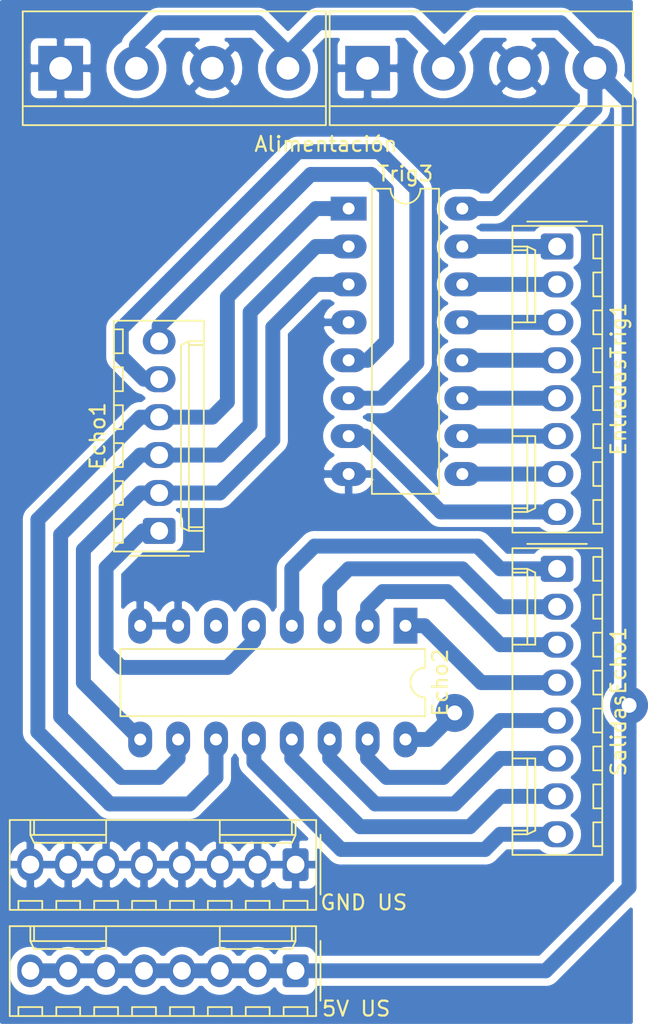
<source format=kicad_pcb>
(kicad_pcb (version 20171130) (host pcbnew "(5.1.5)-3")

  (general
    (thickness 1.6)
    (drawings 0)
    (tracks 152)
    (zones 0)
    (modules 9)
    (nets 26)
  )

  (page A4)
  (layers
    (0 F.Cu signal)
    (31 B.Cu signal)
    (32 B.Adhes user)
    (33 F.Adhes user)
    (34 B.Paste user)
    (35 F.Paste user)
    (36 B.SilkS user)
    (37 F.SilkS user)
    (38 B.Mask user)
    (39 F.Mask user)
    (40 Dwgs.User user)
    (41 Cmts.User user)
    (42 Eco1.User user)
    (43 Eco2.User user)
    (44 Edge.Cuts user)
    (45 Margin user)
    (46 B.CrtYd user)
    (47 F.CrtYd user)
    (48 B.Fab user)
    (49 F.Fab user)
  )

  (setup
    (last_trace_width 1)
    (user_trace_width 0.5)
    (user_trace_width 1)
    (trace_clearance 0.2)
    (zone_clearance 0.508)
    (zone_45_only no)
    (trace_min 0.2)
    (via_size 0.8)
    (via_drill 0.4)
    (via_min_size 0.4)
    (via_min_drill 0.3)
    (uvia_size 0.3)
    (uvia_drill 0.1)
    (uvias_allowed no)
    (uvia_min_size 0.2)
    (uvia_min_drill 0.1)
    (edge_width 0.05)
    (segment_width 0.2)
    (pcb_text_width 0.3)
    (pcb_text_size 1.5 1.5)
    (mod_edge_width 0.12)
    (mod_text_size 1 1)
    (mod_text_width 0.15)
    (pad_size 1.74 2.19)
    (pad_drill 1.19)
    (pad_to_mask_clearance 0.05)
    (aux_axis_origin 0 0)
    (visible_elements 7FFFFFFF)
    (pcbplotparams
      (layerselection 0x010fc_ffffffff)
      (usegerberextensions false)
      (usegerberattributes true)
      (usegerberadvancedattributes true)
      (creategerberjobfile true)
      (excludeedgelayer true)
      (linewidth 0.100000)
      (plotframeref false)
      (viasonmask false)
      (mode 1)
      (useauxorigin false)
      (hpglpennumber 1)
      (hpglpenspeed 20)
      (hpglpendiameter 15.000000)
      (psnegative false)
      (psa4output false)
      (plotreference true)
      (plotvalue true)
      (plotinvisibletext false)
      (padsonsilk false)
      (subtractmaskfromsilk false)
      (outputformat 1)
      (mirror false)
      (drillshape 1)
      (scaleselection 1)
      (outputdirectory ""))
  )

  (net 0 "")
  (net 1 "Net-(Echo1-Pad1)")
  (net 2 Select1)
  (net 3 Select2)
  (net 4 Select3)
  (net 5 5V)
  (net 6 "Net-(Echo2-Pad12)")
  (net 7 "Net-(Echo2-Pad13)")
  (net 8 "Net-(Echo2-Pad14)")
  (net 9 "Net-(Echo2-Pad15)")
  (net 10 GND)
  (net 11 "Net-(Trig1-Pad1)")
  (net 12 "Net-(Echo2-Pad6)")
  (net 13 "Net-(Echo2-Pad4)")
  (net 14 "Net-(Echo2-Pad3)")
  (net 15 "Net-(Echo2-Pad2)")
  (net 16 "Net-(Echo2-Pad1)")
  (net 17 "Net-(EntradasTrig1-Pad1)")
  (net 18 "Net-(EntradasTrig1-Pad2)")
  (net 19 "Net-(EntradasTrig1-Pad3)")
  (net 20 "Net-(EntradasTrig1-Pad4)")
  (net 21 "Net-(EntradasTrig1-Pad5)")
  (net 22 "Net-(EntradasTrig1-Pad6)")
  (net 23 "Net-(EntradasTrig1-Pad7)")
  (net 24 "Net-(EntradasTrig1-Pad8)")
  (net 25 "Net-(Trig2-Pad1)")

  (net_class Default "This is the default net class."
    (clearance 0.2)
    (trace_width 0.25)
    (via_dia 0.8)
    (via_drill 0.4)
    (uvia_dia 0.3)
    (uvia_drill 0.1)
    (add_net 5V)
    (add_net GND)
    (add_net "Net-(Echo1-Pad1)")
    (add_net "Net-(Echo2-Pad1)")
    (add_net "Net-(Echo2-Pad12)")
    (add_net "Net-(Echo2-Pad13)")
    (add_net "Net-(Echo2-Pad14)")
    (add_net "Net-(Echo2-Pad15)")
    (add_net "Net-(Echo2-Pad2)")
    (add_net "Net-(Echo2-Pad3)")
    (add_net "Net-(Echo2-Pad4)")
    (add_net "Net-(Echo2-Pad6)")
    (add_net "Net-(EntradasTrig1-Pad1)")
    (add_net "Net-(EntradasTrig1-Pad2)")
    (add_net "Net-(EntradasTrig1-Pad3)")
    (add_net "Net-(EntradasTrig1-Pad4)")
    (add_net "Net-(EntradasTrig1-Pad5)")
    (add_net "Net-(EntradasTrig1-Pad6)")
    (add_net "Net-(EntradasTrig1-Pad7)")
    (add_net "Net-(EntradasTrig1-Pad8)")
    (add_net "Net-(Trig1-Pad1)")
    (add_net "Net-(Trig2-Pad1)")
    (add_net Select1)
    (add_net Select2)
    (add_net Select3)
  )

  (module Connector_Molex:Molex_KK-254_AE-6410-08A_1x08_P2.54mm_Vertical (layer F.Cu) (tedit 5EFA2D13) (tstamp 5EFA7638)
    (at 49.784 85.852 180)
    (descr "Molex KK-254 Interconnect System, old/engineering part number: AE-6410-08A example for new part number: 22-27-2081, 8 Pins (http://www.molex.com/pdm_docs/sd/022272021_sd.pdf), generated with kicad-footprint-generator")
    (tags "connector Molex KK-254 vertical")
    (path /5EDF2DE8)
    (fp_text reference "GND US" (at -4.572 -2.54) (layer F.SilkS)
      (effects (font (size 1 1) (thickness 0.15)))
    )
    (fp_text value Conn_01x08_Female (at 8.89 4.08) (layer F.Fab)
      (effects (font (size 1 1) (thickness 0.15)))
    )
    (fp_line (start 19.55 -3.42) (end -1.77 -3.42) (layer F.CrtYd) (width 0.05))
    (fp_line (start 19.55 3.38) (end 19.55 -3.42) (layer F.CrtYd) (width 0.05))
    (fp_line (start -1.77 3.38) (end 19.55 3.38) (layer F.CrtYd) (width 0.05))
    (fp_line (start -1.77 -3.42) (end -1.77 3.38) (layer F.CrtYd) (width 0.05))
    (fp_line (start 18.58 -2.43) (end 18.58 -3.03) (layer F.SilkS) (width 0.12))
    (fp_line (start 16.98 -2.43) (end 18.58 -2.43) (layer F.SilkS) (width 0.12))
    (fp_line (start 16.98 -3.03) (end 16.98 -2.43) (layer F.SilkS) (width 0.12))
    (fp_line (start 16.04 -2.43) (end 16.04 -3.03) (layer F.SilkS) (width 0.12))
    (fp_line (start 14.44 -2.43) (end 16.04 -2.43) (layer F.SilkS) (width 0.12))
    (fp_line (start 14.44 -3.03) (end 14.44 -2.43) (layer F.SilkS) (width 0.12))
    (fp_line (start 13.5 -2.43) (end 13.5 -3.03) (layer F.SilkS) (width 0.12))
    (fp_line (start 11.9 -2.43) (end 13.5 -2.43) (layer F.SilkS) (width 0.12))
    (fp_line (start 11.9 -3.03) (end 11.9 -2.43) (layer F.SilkS) (width 0.12))
    (fp_line (start 10.96 -2.43) (end 10.96 -3.03) (layer F.SilkS) (width 0.12))
    (fp_line (start 9.36 -2.43) (end 10.96 -2.43) (layer F.SilkS) (width 0.12))
    (fp_line (start 9.36 -3.03) (end 9.36 -2.43) (layer F.SilkS) (width 0.12))
    (fp_line (start 8.42 -2.43) (end 8.42 -3.03) (layer F.SilkS) (width 0.12))
    (fp_line (start 6.82 -2.43) (end 8.42 -2.43) (layer F.SilkS) (width 0.12))
    (fp_line (start 6.82 -3.03) (end 6.82 -2.43) (layer F.SilkS) (width 0.12))
    (fp_line (start 5.88 -2.43) (end 5.88 -3.03) (layer F.SilkS) (width 0.12))
    (fp_line (start 4.28 -2.43) (end 5.88 -2.43) (layer F.SilkS) (width 0.12))
    (fp_line (start 4.28 -3.03) (end 4.28 -2.43) (layer F.SilkS) (width 0.12))
    (fp_line (start 3.34 -2.43) (end 3.34 -3.03) (layer F.SilkS) (width 0.12))
    (fp_line (start 1.74 -2.43) (end 3.34 -2.43) (layer F.SilkS) (width 0.12))
    (fp_line (start 1.74 -3.03) (end 1.74 -2.43) (layer F.SilkS) (width 0.12))
    (fp_line (start 0.8 -2.43) (end 0.8 -3.03) (layer F.SilkS) (width 0.12))
    (fp_line (start -0.8 -2.43) (end 0.8 -2.43) (layer F.SilkS) (width 0.12))
    (fp_line (start -0.8 -3.03) (end -0.8 -2.43) (layer F.SilkS) (width 0.12))
    (fp_line (start 17.53 2.99) (end 17.53 1.99) (layer F.SilkS) (width 0.12))
    (fp_line (start 12.7 1.46) (end 12.7 1.99) (layer F.SilkS) (width 0.12))
    (fp_line (start 17.53 1.46) (end 12.7 1.46) (layer F.SilkS) (width 0.12))
    (fp_line (start 17.78 1.99) (end 17.53 1.46) (layer F.SilkS) (width 0.12))
    (fp_line (start 12.7 1.99) (end 12.7 2.99) (layer F.SilkS) (width 0.12))
    (fp_line (start 17.78 1.99) (end 12.7 1.99) (layer F.SilkS) (width 0.12))
    (fp_line (start 17.78 2.99) (end 17.78 1.99) (layer F.SilkS) (width 0.12))
    (fp_line (start 0.25 2.99) (end 0.25 1.99) (layer F.SilkS) (width 0.12))
    (fp_line (start 5.08 1.46) (end 5.08 1.99) (layer F.SilkS) (width 0.12))
    (fp_line (start 0.25 1.46) (end 5.08 1.46) (layer F.SilkS) (width 0.12))
    (fp_line (start 0 1.99) (end 0.25 1.46) (layer F.SilkS) (width 0.12))
    (fp_line (start 5.08 1.99) (end 5.08 2.99) (layer F.SilkS) (width 0.12))
    (fp_line (start 0 1.99) (end 5.08 1.99) (layer F.SilkS) (width 0.12))
    (fp_line (start 0 2.99) (end 0 1.99) (layer F.SilkS) (width 0.12))
    (fp_line (start -0.562893 0) (end -1.27 0.5) (layer F.Fab) (width 0.1))
    (fp_line (start -1.27 -0.5) (end -0.562893 0) (layer F.Fab) (width 0.1))
    (fp_line (start -1.67 -2) (end -1.67 2) (layer F.SilkS) (width 0.12))
    (fp_line (start 19.16 -3.03) (end -1.38 -3.03) (layer F.SilkS) (width 0.12))
    (fp_line (start 19.16 2.99) (end 19.16 -3.03) (layer F.SilkS) (width 0.12))
    (fp_line (start -1.38 2.99) (end 19.16 2.99) (layer F.SilkS) (width 0.12))
    (fp_line (start -1.38 -3.03) (end -1.38 2.99) (layer F.SilkS) (width 0.12))
    (fp_line (start 19.05 -2.92) (end -1.27 -2.92) (layer F.Fab) (width 0.1))
    (fp_line (start 19.05 2.88) (end 19.05 -2.92) (layer F.Fab) (width 0.1))
    (fp_line (start -1.27 2.88) (end 19.05 2.88) (layer F.Fab) (width 0.1))
    (fp_line (start -1.27 -2.92) (end -1.27 2.88) (layer F.Fab) (width 0.1))
    (fp_text user %R (at -4.572 -2.54) (layer F.Fab)
      (effects (font (size 1 1) (thickness 0.15)))
    )
    (pad 1 thru_hole roundrect (at 0 0 180) (size 1.74 2.19) (drill 1.19) (layers *.Cu *.Mask) (roundrect_rratio 0.144)
      (net 10 GND))
    (pad 2 thru_hole oval (at 2.54 0 180) (size 1.74 2.19) (drill 1.19) (layers *.Cu *.Mask)
      (net 10 GND))
    (pad 3 thru_hole oval (at 5.08 0 180) (size 1.74 2.19) (drill 1.19) (layers *.Cu *.Mask)
      (net 10 GND))
    (pad 4 thru_hole oval (at 7.62 0 180) (size 1.74 2.19) (drill 1.19) (layers *.Cu *.Mask)
      (net 10 GND))
    (pad 5 thru_hole oval (at 10.16 0 180) (size 1.74 2.19) (drill 1.19) (layers *.Cu *.Mask)
      (net 10 GND))
    (pad 6 thru_hole oval (at 12.7 0 180) (size 1.74 2.19) (drill 1.19) (layers *.Cu *.Mask)
      (net 10 GND))
    (pad 7 thru_hole oval (at 15.24 0 180) (size 1.74 2.19) (drill 1.19) (layers *.Cu *.Mask)
      (net 10 GND))
    (pad 8 thru_hole oval (at 17.78 0 180) (size 1.74 2.19) (drill 1.19) (layers *.Cu *.Mask)
      (net 10 GND))
    (model ${KISYS3DMOD}/Connector_Molex.3dshapes/Molex_KK-254_AE-6410-08A_1x08_P2.54mm_Vertical.wrl
      (at (xyz 0 0 0))
      (scale (xyz 1 1 1))
      (rotate (xyz 0 0 0))
    )
  )

  (module Connector_Molex:Molex_KK-254_AE-6410-08A_1x08_P2.54mm_Vertical (layer F.Cu) (tedit 5EFA2CDA) (tstamp 5EFA74F1)
    (at 49.784 92.964 180)
    (descr "Molex KK-254 Interconnect System, old/engineering part number: AE-6410-08A example for new part number: 22-27-2081, 8 Pins (http://www.molex.com/pdm_docs/sd/022272021_sd.pdf), generated with kicad-footprint-generator")
    (tags "connector Molex KK-254 vertical")
    (path /5EDF2DE8)
    (fp_text reference "5V US" (at -4.064 -2.54) (layer F.SilkS)
      (effects (font (size 1 1) (thickness 0.15)))
    )
    (fp_text value Conn_01x08_Female (at 8.89 4.08) (layer F.Fab)
      (effects (font (size 1 1) (thickness 0.15)))
    )
    (fp_text user %R (at -4.064 -2.54) (layer F.Fab)
      (effects (font (size 1 1) (thickness 0.15)))
    )
    (fp_line (start -1.27 -2.92) (end -1.27 2.88) (layer F.Fab) (width 0.1))
    (fp_line (start -1.27 2.88) (end 19.05 2.88) (layer F.Fab) (width 0.1))
    (fp_line (start 19.05 2.88) (end 19.05 -2.92) (layer F.Fab) (width 0.1))
    (fp_line (start 19.05 -2.92) (end -1.27 -2.92) (layer F.Fab) (width 0.1))
    (fp_line (start -1.38 -3.03) (end -1.38 2.99) (layer F.SilkS) (width 0.12))
    (fp_line (start -1.38 2.99) (end 19.16 2.99) (layer F.SilkS) (width 0.12))
    (fp_line (start 19.16 2.99) (end 19.16 -3.03) (layer F.SilkS) (width 0.12))
    (fp_line (start 19.16 -3.03) (end -1.38 -3.03) (layer F.SilkS) (width 0.12))
    (fp_line (start -1.67 -2) (end -1.67 2) (layer F.SilkS) (width 0.12))
    (fp_line (start -1.27 -0.5) (end -0.562893 0) (layer F.Fab) (width 0.1))
    (fp_line (start -0.562893 0) (end -1.27 0.5) (layer F.Fab) (width 0.1))
    (fp_line (start 0 2.99) (end 0 1.99) (layer F.SilkS) (width 0.12))
    (fp_line (start 0 1.99) (end 5.08 1.99) (layer F.SilkS) (width 0.12))
    (fp_line (start 5.08 1.99) (end 5.08 2.99) (layer F.SilkS) (width 0.12))
    (fp_line (start 0 1.99) (end 0.25 1.46) (layer F.SilkS) (width 0.12))
    (fp_line (start 0.25 1.46) (end 5.08 1.46) (layer F.SilkS) (width 0.12))
    (fp_line (start 5.08 1.46) (end 5.08 1.99) (layer F.SilkS) (width 0.12))
    (fp_line (start 0.25 2.99) (end 0.25 1.99) (layer F.SilkS) (width 0.12))
    (fp_line (start 17.78 2.99) (end 17.78 1.99) (layer F.SilkS) (width 0.12))
    (fp_line (start 17.78 1.99) (end 12.7 1.99) (layer F.SilkS) (width 0.12))
    (fp_line (start 12.7 1.99) (end 12.7 2.99) (layer F.SilkS) (width 0.12))
    (fp_line (start 17.78 1.99) (end 17.53 1.46) (layer F.SilkS) (width 0.12))
    (fp_line (start 17.53 1.46) (end 12.7 1.46) (layer F.SilkS) (width 0.12))
    (fp_line (start 12.7 1.46) (end 12.7 1.99) (layer F.SilkS) (width 0.12))
    (fp_line (start 17.53 2.99) (end 17.53 1.99) (layer F.SilkS) (width 0.12))
    (fp_line (start -0.8 -3.03) (end -0.8 -2.43) (layer F.SilkS) (width 0.12))
    (fp_line (start -0.8 -2.43) (end 0.8 -2.43) (layer F.SilkS) (width 0.12))
    (fp_line (start 0.8 -2.43) (end 0.8 -3.03) (layer F.SilkS) (width 0.12))
    (fp_line (start 1.74 -3.03) (end 1.74 -2.43) (layer F.SilkS) (width 0.12))
    (fp_line (start 1.74 -2.43) (end 3.34 -2.43) (layer F.SilkS) (width 0.12))
    (fp_line (start 3.34 -2.43) (end 3.34 -3.03) (layer F.SilkS) (width 0.12))
    (fp_line (start 4.28 -3.03) (end 4.28 -2.43) (layer F.SilkS) (width 0.12))
    (fp_line (start 4.28 -2.43) (end 5.88 -2.43) (layer F.SilkS) (width 0.12))
    (fp_line (start 5.88 -2.43) (end 5.88 -3.03) (layer F.SilkS) (width 0.12))
    (fp_line (start 6.82 -3.03) (end 6.82 -2.43) (layer F.SilkS) (width 0.12))
    (fp_line (start 6.82 -2.43) (end 8.42 -2.43) (layer F.SilkS) (width 0.12))
    (fp_line (start 8.42 -2.43) (end 8.42 -3.03) (layer F.SilkS) (width 0.12))
    (fp_line (start 9.36 -3.03) (end 9.36 -2.43) (layer F.SilkS) (width 0.12))
    (fp_line (start 9.36 -2.43) (end 10.96 -2.43) (layer F.SilkS) (width 0.12))
    (fp_line (start 10.96 -2.43) (end 10.96 -3.03) (layer F.SilkS) (width 0.12))
    (fp_line (start 11.9 -3.03) (end 11.9 -2.43) (layer F.SilkS) (width 0.12))
    (fp_line (start 11.9 -2.43) (end 13.5 -2.43) (layer F.SilkS) (width 0.12))
    (fp_line (start 13.5 -2.43) (end 13.5 -3.03) (layer F.SilkS) (width 0.12))
    (fp_line (start 14.44 -3.03) (end 14.44 -2.43) (layer F.SilkS) (width 0.12))
    (fp_line (start 14.44 -2.43) (end 16.04 -2.43) (layer F.SilkS) (width 0.12))
    (fp_line (start 16.04 -2.43) (end 16.04 -3.03) (layer F.SilkS) (width 0.12))
    (fp_line (start 16.98 -3.03) (end 16.98 -2.43) (layer F.SilkS) (width 0.12))
    (fp_line (start 16.98 -2.43) (end 18.58 -2.43) (layer F.SilkS) (width 0.12))
    (fp_line (start 18.58 -2.43) (end 18.58 -3.03) (layer F.SilkS) (width 0.12))
    (fp_line (start -1.77 -3.42) (end -1.77 3.38) (layer F.CrtYd) (width 0.05))
    (fp_line (start -1.77 3.38) (end 19.55 3.38) (layer F.CrtYd) (width 0.05))
    (fp_line (start 19.55 3.38) (end 19.55 -3.42) (layer F.CrtYd) (width 0.05))
    (fp_line (start 19.55 -3.42) (end -1.77 -3.42) (layer F.CrtYd) (width 0.05))
    (pad 8 thru_hole oval (at 17.78 0 180) (size 1.74 2.19) (drill 1.19) (layers *.Cu *.Mask)
      (net 5 5V))
    (pad 7 thru_hole oval (at 15.24 0 180) (size 1.74 2.19) (drill 1.19) (layers *.Cu *.Mask)
      (net 5 5V))
    (pad 6 thru_hole oval (at 12.7 0 180) (size 1.74 2.19) (drill 1.19) (layers *.Cu *.Mask)
      (net 5 5V))
    (pad 5 thru_hole oval (at 10.16 0 180) (size 1.74 2.19) (drill 1.19) (layers *.Cu *.Mask)
      (net 5 5V))
    (pad 4 thru_hole oval (at 7.62 0 180) (size 1.74 2.19) (drill 1.19) (layers *.Cu *.Mask)
      (net 5 5V))
    (pad 3 thru_hole oval (at 5.08 0 180) (size 1.74 2.19) (drill 1.19) (layers *.Cu *.Mask)
      (net 5 5V))
    (pad 2 thru_hole oval (at 2.54 0 180) (size 1.74 2.19) (drill 1.19) (layers *.Cu *.Mask)
      (net 5 5V))
    (pad 1 thru_hole roundrect (at 0 0 180) (size 1.74 2.19) (drill 1.19) (layers *.Cu *.Mask) (roundrect_rratio 0.144)
      (net 5 5V))
    (model ${KISYS3DMOD}/Connector_Molex.3dshapes/Molex_KK-254_AE-6410-08A_1x08_P2.54mm_Vertical.wrl
      (at (xyz 0 0 0))
      (scale (xyz 1 1 1))
      (rotate (xyz 0 0 0))
    )
  )

  (module TerminalBlock:TerminalBlock_bornier-4_P5.08mm (layer F.Cu) (tedit 5EFA14CE) (tstamp 5EFA6A48)
    (at 34.036 32.512)
    (descr "simple 4-pin terminal block, pitch 5.08mm, revamped version of bornier4")
    (tags "terminal block bornier4")
    (fp_text reference REF** (at 7.6 -3.048) (layer F.SilkS) hide
      (effects (font (size 1 1) (thickness 0.15)))
    )
    (fp_text value DOU (at 7.6 4.75) (layer F.Fab) hide
      (effects (font (size 1 1) (thickness 0.15)))
    )
    (fp_line (start 17.97 4) (end -2.73 4) (layer F.CrtYd) (width 0.05))
    (fp_line (start 17.97 4) (end 17.97 -4) (layer F.CrtYd) (width 0.05))
    (fp_line (start -2.73 -4) (end -2.73 4) (layer F.CrtYd) (width 0.05))
    (fp_line (start -2.73 -4) (end 17.97 -4) (layer F.CrtYd) (width 0.05))
    (fp_line (start -2.54 3.81) (end 17.78 3.81) (layer F.SilkS) (width 0.12))
    (fp_line (start -2.54 -3.81) (end 17.78 -3.81) (layer F.SilkS) (width 0.12))
    (fp_line (start 17.78 2.54) (end -2.54 2.54) (layer F.SilkS) (width 0.12))
    (fp_line (start 17.78 3.81) (end 17.78 -3.81) (layer F.SilkS) (width 0.12))
    (fp_line (start -2.54 -3.81) (end -2.54 3.81) (layer F.SilkS) (width 0.12))
    (fp_line (start 17.72 3.75) (end -2.43 3.75) (layer F.Fab) (width 0.1))
    (fp_line (start 17.72 -3.75) (end 17.72 3.75) (layer F.Fab) (width 0.1))
    (fp_line (start -2.48 -3.75) (end 17.72 -3.75) (layer F.Fab) (width 0.1))
    (fp_line (start -2.48 3.75) (end -2.48 -3.75) (layer F.Fab) (width 0.1))
    (fp_line (start -2.43 3.75) (end -2.48 3.75) (layer F.Fab) (width 0.1))
    (fp_line (start -2.48 2.55) (end 17.72 2.55) (layer F.Fab) (width 0.1))
    (fp_text user %R (at 7.62 0) (layer F.Fab) hide
      (effects (font (size 1 1) (thickness 0.15)))
    )
    (pad 4 thru_hole circle (at 15.24 0) (size 3 3) (drill 1.52) (layers *.Cu *.Mask)
      (net 5 5V))
    (pad 1 thru_hole rect (at 0 0) (size 3 3) (drill 1.52) (layers *.Cu *.Mask)
      (net 10 GND))
    (pad 3 thru_hole circle (at 10.16 0) (size 3 3) (drill 1.52) (layers *.Cu *.Mask)
      (net 10 GND))
    (pad 2 thru_hole circle (at 5.08 0) (size 3 3) (drill 1.52) (layers *.Cu *.Mask)
      (net 5 5V))
    (model ${KISYS3DMOD}/TerminalBlock.3dshapes/TerminalBlock_bornier-4_P5.08mm.wrl
      (offset (xyz 7.619999885559082 0 0))
      (scale (xyz 1 1 1))
      (rotate (xyz 0 0 0))
    )
  )

  (module TerminalBlock:TerminalBlock_bornier-4_P5.08mm (layer F.Cu) (tedit 5EFA14BA) (tstamp 5EFA74A6)
    (at 54.61 32.512)
    (descr "simple 4-pin terminal block, pitch 5.08mm, revamped version of bornier4")
    (tags "terminal block bornier4")
    (fp_text reference Alimentación (at -2.794 5.08) (layer F.SilkS)
      (effects (font (size 1 1) (thickness 0.15)))
    )
    (fp_text value DOU (at 7.6 4.75) (layer F.Fab)
      (effects (font (size 1 1) (thickness 0.15)))
    )
    (fp_line (start 17.97 4) (end -2.73 4) (layer F.CrtYd) (width 0.05))
    (fp_line (start 17.97 4) (end 17.97 -4) (layer F.CrtYd) (width 0.05))
    (fp_line (start -2.73 -4) (end -2.73 4) (layer F.CrtYd) (width 0.05))
    (fp_line (start -2.73 -4) (end 17.97 -4) (layer F.CrtYd) (width 0.05))
    (fp_line (start -2.54 3.81) (end 17.78 3.81) (layer F.SilkS) (width 0.12))
    (fp_line (start -2.54 -3.81) (end 17.78 -3.81) (layer F.SilkS) (width 0.12))
    (fp_line (start 17.78 2.54) (end -2.54 2.54) (layer F.SilkS) (width 0.12))
    (fp_line (start 17.78 3.81) (end 17.78 -3.81) (layer F.SilkS) (width 0.12))
    (fp_line (start -2.54 -3.81) (end -2.54 3.81) (layer F.SilkS) (width 0.12))
    (fp_line (start 17.72 3.75) (end -2.43 3.75) (layer F.Fab) (width 0.1))
    (fp_line (start 17.72 -3.75) (end 17.72 3.75) (layer F.Fab) (width 0.1))
    (fp_line (start -2.48 -3.75) (end 17.72 -3.75) (layer F.Fab) (width 0.1))
    (fp_line (start -2.48 3.75) (end -2.48 -3.75) (layer F.Fab) (width 0.1))
    (fp_line (start -2.43 3.75) (end -2.48 3.75) (layer F.Fab) (width 0.1))
    (fp_line (start -2.48 2.55) (end 17.72 2.55) (layer F.Fab) (width 0.1))
    (fp_text user %R (at 7.62 0) (layer F.Fab)
      (effects (font (size 1 1) (thickness 0.15)))
    )
    (pad 4 thru_hole circle (at 15.24 0) (size 3 3) (drill 1.52) (layers *.Cu *.Mask)
      (net 5 5V))
    (pad 1 thru_hole rect (at 0 0) (size 3 3) (drill 1.52) (layers *.Cu *.Mask)
      (net 10 GND))
    (pad 3 thru_hole circle (at 10.16 0) (size 3 3) (drill 1.52) (layers *.Cu *.Mask)
      (net 10 GND))
    (pad 2 thru_hole circle (at 5.08 0) (size 3 3) (drill 1.52) (layers *.Cu *.Mask)
      (net 5 5V))
    (model ${KISYS3DMOD}/TerminalBlock.3dshapes/TerminalBlock_bornier-4_P5.08mm.wrl
      (offset (xyz 7.619999885559082 0 0))
      (scale (xyz 1 1 1))
      (rotate (xyz 0 0 0))
    )
  )

  (module Connector_Molex:Molex_KK-254_AE-6410-06A_1x06_P2.54mm_Vertical (layer F.Cu) (tedit 5EDE8A65) (tstamp 5EDEE6F9)
    (at 40.64 63.5 90)
    (descr "Molex KK-254 Interconnect System, old/engineering part number: AE-6410-06A example for new part number: 22-27-2061, 6 Pins (http://www.molex.com/pdm_docs/sd/022272021_sd.pdf), generated with kicad-footprint-generator")
    (tags "connector Molex KK-254 vertical")
    (path /5EE08B55)
    (fp_text reference Echo1 (at 6.35 -4.12 90) (layer F.SilkS)
      (effects (font (size 1 1) (thickness 0.15)))
    )
    (fp_text value Conn_01x01_Female (at 6.35 4.08 90) (layer F.Fab)
      (effects (font (size 1 1) (thickness 0.15)))
    )
    (fp_line (start 14.47 -3.42) (end -1.77 -3.42) (layer F.CrtYd) (width 0.05))
    (fp_line (start 14.47 3.38) (end 14.47 -3.42) (layer F.CrtYd) (width 0.05))
    (fp_line (start -1.77 3.38) (end 14.47 3.38) (layer F.CrtYd) (width 0.05))
    (fp_line (start -1.77 -3.42) (end -1.77 3.38) (layer F.CrtYd) (width 0.05))
    (fp_line (start 13.5 -2.43) (end 13.5 -3.03) (layer F.SilkS) (width 0.12))
    (fp_line (start 11.9 -2.43) (end 13.5 -2.43) (layer F.SilkS) (width 0.12))
    (fp_line (start 11.9 -3.03) (end 11.9 -2.43) (layer F.SilkS) (width 0.12))
    (fp_line (start 10.96 -2.43) (end 10.96 -3.03) (layer F.SilkS) (width 0.12))
    (fp_line (start 9.36 -2.43) (end 10.96 -2.43) (layer F.SilkS) (width 0.12))
    (fp_line (start 9.36 -3.03) (end 9.36 -2.43) (layer F.SilkS) (width 0.12))
    (fp_line (start 8.42 -2.43) (end 8.42 -3.03) (layer F.SilkS) (width 0.12))
    (fp_line (start 6.82 -2.43) (end 8.42 -2.43) (layer F.SilkS) (width 0.12))
    (fp_line (start 6.82 -3.03) (end 6.82 -2.43) (layer F.SilkS) (width 0.12))
    (fp_line (start 5.88 -2.43) (end 5.88 -3.03) (layer F.SilkS) (width 0.12))
    (fp_line (start 4.28 -2.43) (end 5.88 -2.43) (layer F.SilkS) (width 0.12))
    (fp_line (start 4.28 -3.03) (end 4.28 -2.43) (layer F.SilkS) (width 0.12))
    (fp_line (start 3.34 -2.43) (end 3.34 -3.03) (layer F.SilkS) (width 0.12))
    (fp_line (start 1.74 -2.43) (end 3.34 -2.43) (layer F.SilkS) (width 0.12))
    (fp_line (start 1.74 -3.03) (end 1.74 -2.43) (layer F.SilkS) (width 0.12))
    (fp_line (start 0.8 -2.43) (end 0.8 -3.03) (layer F.SilkS) (width 0.12))
    (fp_line (start -0.8 -2.43) (end 0.8 -2.43) (layer F.SilkS) (width 0.12))
    (fp_line (start -0.8 -3.03) (end -0.8 -2.43) (layer F.SilkS) (width 0.12))
    (fp_line (start 12.45 2.99) (end 12.45 1.99) (layer F.SilkS) (width 0.12))
    (fp_line (start 0.25 2.99) (end 0.25 1.99) (layer F.SilkS) (width 0.12))
    (fp_line (start 12.45 1.46) (end 12.7 1.99) (layer F.SilkS) (width 0.12))
    (fp_line (start 0.25 1.46) (end 12.45 1.46) (layer F.SilkS) (width 0.12))
    (fp_line (start 0 1.99) (end 0.25 1.46) (layer F.SilkS) (width 0.12))
    (fp_line (start 12.7 1.99) (end 12.7 2.99) (layer F.SilkS) (width 0.12))
    (fp_line (start 0 1.99) (end 12.7 1.99) (layer F.SilkS) (width 0.12))
    (fp_line (start 0 2.99) (end 0 1.99) (layer F.SilkS) (width 0.12))
    (fp_line (start -0.562893 0) (end -1.27 0.5) (layer F.Fab) (width 0.1))
    (fp_line (start -1.27 -0.5) (end -0.562893 0) (layer F.Fab) (width 0.1))
    (fp_line (start -1.67 -2) (end -1.67 2) (layer F.SilkS) (width 0.12))
    (fp_line (start 14.08 -3.03) (end -1.38 -3.03) (layer F.SilkS) (width 0.12))
    (fp_line (start 14.08 2.99) (end 14.08 -3.03) (layer F.SilkS) (width 0.12))
    (fp_line (start -1.38 2.99) (end 14.08 2.99) (layer F.SilkS) (width 0.12))
    (fp_line (start -1.38 -3.03) (end -1.38 2.99) (layer F.SilkS) (width 0.12))
    (fp_line (start 13.97 -2.92) (end -1.27 -2.92) (layer F.Fab) (width 0.1))
    (fp_line (start 13.97 2.88) (end 13.97 -2.92) (layer F.Fab) (width 0.1))
    (fp_line (start -1.27 2.88) (end 13.97 2.88) (layer F.Fab) (width 0.1))
    (fp_line (start -1.27 -2.92) (end -1.27 2.88) (layer F.Fab) (width 0.1))
    (fp_text user %R (at 6.35 -2.22 90) (layer F.Fab)
      (effects (font (size 1 1) (thickness 0.15)))
    )
    (pad 1 thru_hole roundrect (at 0 0 90) (size 1.74 2.19) (drill 1.19) (layers *.Cu *.Mask) (roundrect_rratio 0.143678)
      (net 1 "Net-(Echo1-Pad1)"))
    (pad 2 thru_hole oval (at 2.54 0 90) (size 1.74 2.19) (drill 1.19) (layers *.Cu *.Mask)
      (net 4 Select3))
    (pad 3 thru_hole oval (at 5.08 0 90) (size 1.74 2.19) (drill 1.19) (layers *.Cu *.Mask)
      (net 3 Select2))
    (pad 4 thru_hole oval (at 7.62 0 90) (size 1.74 2.19) (drill 1.19) (layers *.Cu *.Mask)
      (net 2 Select1))
    (pad 5 thru_hole oval (at 10.16 0 90) (size 1.74 2.19) (drill 1.19) (layers *.Cu *.Mask)
      (net 11 "Net-(Trig1-Pad1)"))
    (pad 6 thru_hole oval (at 12.7 0 90) (size 1.74 2.19) (drill 1.19) (layers *.Cu *.Mask)
      (net 25 "Net-(Trig2-Pad1)"))
    (model ${KISYS3DMOD}/Connector_Molex.3dshapes/Molex_KK-254_AE-6410-06A_1x06_P2.54mm_Vertical.wrl
      (at (xyz 0 0 0))
      (scale (xyz 1 1 1))
      (rotate (xyz 0 0 0))
    )
  )

  (module Package_DIP:DIP-16_W7.62mm_LongPads (layer F.Cu) (tedit 5A02E8C5) (tstamp 5EDEE71D)
    (at 57.15 69.85 270)
    (descr "16-lead though-hole mounted DIP package, row spacing 7.62 mm (300 mils), LongPads")
    (tags "THT DIP DIL PDIP 2.54mm 7.62mm 300mil LongPads")
    (path /5EDEF353)
    (fp_text reference Echo2 (at 3.81 -2.33 90) (layer F.SilkS)
      (effects (font (size 1 1) (thickness 0.15)))
    )
    (fp_text value 74LS151 (at 3.81 20.11 90) (layer F.Fab)
      (effects (font (size 1 1) (thickness 0.15)))
    )
    (fp_text user %R (at 3.81 8.89 90) (layer F.Fab)
      (effects (font (size 1 1) (thickness 0.15)))
    )
    (fp_arc (start 3.81 -1.33) (end 2.81 -1.33) (angle -180) (layer F.SilkS) (width 0.12))
    (fp_line (start 1.635 -1.27) (end 6.985 -1.27) (layer F.Fab) (width 0.1))
    (fp_line (start 6.985 -1.27) (end 6.985 19.05) (layer F.Fab) (width 0.1))
    (fp_line (start 6.985 19.05) (end 0.635 19.05) (layer F.Fab) (width 0.1))
    (fp_line (start 0.635 19.05) (end 0.635 -0.27) (layer F.Fab) (width 0.1))
    (fp_line (start 0.635 -0.27) (end 1.635 -1.27) (layer F.Fab) (width 0.1))
    (fp_line (start 2.81 -1.33) (end 1.56 -1.33) (layer F.SilkS) (width 0.12))
    (fp_line (start 1.56 -1.33) (end 1.56 19.11) (layer F.SilkS) (width 0.12))
    (fp_line (start 1.56 19.11) (end 6.06 19.11) (layer F.SilkS) (width 0.12))
    (fp_line (start 6.06 19.11) (end 6.06 -1.33) (layer F.SilkS) (width 0.12))
    (fp_line (start 6.06 -1.33) (end 4.81 -1.33) (layer F.SilkS) (width 0.12))
    (fp_line (start -1.45 -1.55) (end -1.45 19.3) (layer F.CrtYd) (width 0.05))
    (fp_line (start -1.45 19.3) (end 9.1 19.3) (layer F.CrtYd) (width 0.05))
    (fp_line (start 9.1 19.3) (end 9.1 -1.55) (layer F.CrtYd) (width 0.05))
    (fp_line (start 9.1 -1.55) (end -1.45 -1.55) (layer F.CrtYd) (width 0.05))
    (pad 16 thru_hole oval (at 7.62 0 270) (size 2.4 1.6) (drill 0.8) (layers *.Cu *.Mask)
      (net 5 5V))
    (pad 8 thru_hole oval (at 0 17.78 270) (size 2.4 1.6) (drill 0.8) (layers *.Cu *.Mask)
      (net 10 GND))
    (pad 15 thru_hole oval (at 7.62 2.54 270) (size 2.4 1.6) (drill 0.8) (layers *.Cu *.Mask)
      (net 9 "Net-(Echo2-Pad15)"))
    (pad 7 thru_hole oval (at 0 15.24 270) (size 2.4 1.6) (drill 0.8) (layers *.Cu *.Mask)
      (net 10 GND))
    (pad 14 thru_hole oval (at 7.62 5.08 270) (size 2.4 1.6) (drill 0.8) (layers *.Cu *.Mask)
      (net 8 "Net-(Echo2-Pad14)"))
    (pad 6 thru_hole oval (at 0 12.7 270) (size 2.4 1.6) (drill 0.8) (layers *.Cu *.Mask)
      (net 12 "Net-(Echo2-Pad6)"))
    (pad 13 thru_hole oval (at 7.62 7.62 270) (size 2.4 1.6) (drill 0.8) (layers *.Cu *.Mask)
      (net 7 "Net-(Echo2-Pad13)"))
    (pad 5 thru_hole oval (at 0 10.16 270) (size 2.4 1.6) (drill 0.8) (layers *.Cu *.Mask)
      (net 1 "Net-(Echo1-Pad1)"))
    (pad 12 thru_hole oval (at 7.62 10.16 270) (size 2.4 1.6) (drill 0.8) (layers *.Cu *.Mask)
      (net 6 "Net-(Echo2-Pad12)"))
    (pad 4 thru_hole oval (at 0 7.62 270) (size 2.4 1.6) (drill 0.8) (layers *.Cu *.Mask)
      (net 13 "Net-(Echo2-Pad4)"))
    (pad 11 thru_hole oval (at 7.62 12.7 270) (size 2.4 1.6) (drill 0.8) (layers *.Cu *.Mask)
      (net 2 Select1))
    (pad 3 thru_hole oval (at 0 5.08 270) (size 2.4 1.6) (drill 0.8) (layers *.Cu *.Mask)
      (net 14 "Net-(Echo2-Pad3)"))
    (pad 10 thru_hole oval (at 7.62 15.24 270) (size 2.4 1.6) (drill 0.8) (layers *.Cu *.Mask)
      (net 3 Select2))
    (pad 2 thru_hole oval (at 0 2.54 270) (size 2.4 1.6) (drill 0.8) (layers *.Cu *.Mask)
      (net 15 "Net-(Echo2-Pad2)"))
    (pad 9 thru_hole oval (at 7.62 17.78 270) (size 2.4 1.6) (drill 0.8) (layers *.Cu *.Mask)
      (net 4 Select3))
    (pad 1 thru_hole rect (at 0 0 270) (size 2.4 1.6) (drill 0.8) (layers *.Cu *.Mask)
      (net 16 "Net-(Echo2-Pad1)"))
    (model ${KISYS3DMOD}/Package_DIP.3dshapes/DIP-16_W7.62mm.wrl
      (at (xyz 0 0 0))
      (scale (xyz 1 1 1))
      (rotate (xyz 0 0 0))
    )
  )

  (module Connector_Molex:Molex_KK-254_AE-6410-08A_1x08_P2.54mm_Vertical (layer F.Cu) (tedit 5EA53D3B) (tstamp 5EDEE75F)
    (at 67.31 44.45 270)
    (descr "Molex KK-254 Interconnect System, old/engineering part number: AE-6410-08A example for new part number: 22-27-2081, 8 Pins (http://www.molex.com/pdm_docs/sd/022272021_sd.pdf), generated with kicad-footprint-generator")
    (tags "connector Molex KK-254 vertical")
    (path /5EE0315F)
    (fp_text reference EntradasTrig1 (at 8.89 -4.12 90) (layer F.SilkS)
      (effects (font (size 1 1) (thickness 0.15)))
    )
    (fp_text value Conn_01x08_Female (at 8.89 4.08 90) (layer F.Fab)
      (effects (font (size 1 1) (thickness 0.15)))
    )
    (fp_text user %R (at 8.89 -2.22 90) (layer F.Fab)
      (effects (font (size 1 1) (thickness 0.15)))
    )
    (fp_line (start -1.27 -2.92) (end -1.27 2.88) (layer F.Fab) (width 0.1))
    (fp_line (start -1.27 2.88) (end 19.05 2.88) (layer F.Fab) (width 0.1))
    (fp_line (start 19.05 2.88) (end 19.05 -2.92) (layer F.Fab) (width 0.1))
    (fp_line (start 19.05 -2.92) (end -1.27 -2.92) (layer F.Fab) (width 0.1))
    (fp_line (start -1.38 -3.03) (end -1.38 2.99) (layer F.SilkS) (width 0.12))
    (fp_line (start -1.38 2.99) (end 19.16 2.99) (layer F.SilkS) (width 0.12))
    (fp_line (start 19.16 2.99) (end 19.16 -3.03) (layer F.SilkS) (width 0.12))
    (fp_line (start 19.16 -3.03) (end -1.38 -3.03) (layer F.SilkS) (width 0.12))
    (fp_line (start -1.67 -2) (end -1.67 2) (layer F.SilkS) (width 0.12))
    (fp_line (start -1.27 -0.5) (end -0.562893 0) (layer F.Fab) (width 0.1))
    (fp_line (start -0.562893 0) (end -1.27 0.5) (layer F.Fab) (width 0.1))
    (fp_line (start 0 2.99) (end 0 1.99) (layer F.SilkS) (width 0.12))
    (fp_line (start 0 1.99) (end 5.08 1.99) (layer F.SilkS) (width 0.12))
    (fp_line (start 5.08 1.99) (end 5.08 2.99) (layer F.SilkS) (width 0.12))
    (fp_line (start 0 1.99) (end 0.25 1.46) (layer F.SilkS) (width 0.12))
    (fp_line (start 0.25 1.46) (end 5.08 1.46) (layer F.SilkS) (width 0.12))
    (fp_line (start 5.08 1.46) (end 5.08 1.99) (layer F.SilkS) (width 0.12))
    (fp_line (start 0.25 2.99) (end 0.25 1.99) (layer F.SilkS) (width 0.12))
    (fp_line (start 17.78 2.99) (end 17.78 1.99) (layer F.SilkS) (width 0.12))
    (fp_line (start 17.78 1.99) (end 12.7 1.99) (layer F.SilkS) (width 0.12))
    (fp_line (start 12.7 1.99) (end 12.7 2.99) (layer F.SilkS) (width 0.12))
    (fp_line (start 17.78 1.99) (end 17.53 1.46) (layer F.SilkS) (width 0.12))
    (fp_line (start 17.53 1.46) (end 12.7 1.46) (layer F.SilkS) (width 0.12))
    (fp_line (start 12.7 1.46) (end 12.7 1.99) (layer F.SilkS) (width 0.12))
    (fp_line (start 17.53 2.99) (end 17.53 1.99) (layer F.SilkS) (width 0.12))
    (fp_line (start -0.8 -3.03) (end -0.8 -2.43) (layer F.SilkS) (width 0.12))
    (fp_line (start -0.8 -2.43) (end 0.8 -2.43) (layer F.SilkS) (width 0.12))
    (fp_line (start 0.8 -2.43) (end 0.8 -3.03) (layer F.SilkS) (width 0.12))
    (fp_line (start 1.74 -3.03) (end 1.74 -2.43) (layer F.SilkS) (width 0.12))
    (fp_line (start 1.74 -2.43) (end 3.34 -2.43) (layer F.SilkS) (width 0.12))
    (fp_line (start 3.34 -2.43) (end 3.34 -3.03) (layer F.SilkS) (width 0.12))
    (fp_line (start 4.28 -3.03) (end 4.28 -2.43) (layer F.SilkS) (width 0.12))
    (fp_line (start 4.28 -2.43) (end 5.88 -2.43) (layer F.SilkS) (width 0.12))
    (fp_line (start 5.88 -2.43) (end 5.88 -3.03) (layer F.SilkS) (width 0.12))
    (fp_line (start 6.82 -3.03) (end 6.82 -2.43) (layer F.SilkS) (width 0.12))
    (fp_line (start 6.82 -2.43) (end 8.42 -2.43) (layer F.SilkS) (width 0.12))
    (fp_line (start 8.42 -2.43) (end 8.42 -3.03) (layer F.SilkS) (width 0.12))
    (fp_line (start 9.36 -3.03) (end 9.36 -2.43) (layer F.SilkS) (width 0.12))
    (fp_line (start 9.36 -2.43) (end 10.96 -2.43) (layer F.SilkS) (width 0.12))
    (fp_line (start 10.96 -2.43) (end 10.96 -3.03) (layer F.SilkS) (width 0.12))
    (fp_line (start 11.9 -3.03) (end 11.9 -2.43) (layer F.SilkS) (width 0.12))
    (fp_line (start 11.9 -2.43) (end 13.5 -2.43) (layer F.SilkS) (width 0.12))
    (fp_line (start 13.5 -2.43) (end 13.5 -3.03) (layer F.SilkS) (width 0.12))
    (fp_line (start 14.44 -3.03) (end 14.44 -2.43) (layer F.SilkS) (width 0.12))
    (fp_line (start 14.44 -2.43) (end 16.04 -2.43) (layer F.SilkS) (width 0.12))
    (fp_line (start 16.04 -2.43) (end 16.04 -3.03) (layer F.SilkS) (width 0.12))
    (fp_line (start 16.98 -3.03) (end 16.98 -2.43) (layer F.SilkS) (width 0.12))
    (fp_line (start 16.98 -2.43) (end 18.58 -2.43) (layer F.SilkS) (width 0.12))
    (fp_line (start 18.58 -2.43) (end 18.58 -3.03) (layer F.SilkS) (width 0.12))
    (fp_line (start -1.77 -3.42) (end -1.77 3.38) (layer F.CrtYd) (width 0.05))
    (fp_line (start -1.77 3.38) (end 19.55 3.38) (layer F.CrtYd) (width 0.05))
    (fp_line (start 19.55 3.38) (end 19.55 -3.42) (layer F.CrtYd) (width 0.05))
    (fp_line (start 19.55 -3.42) (end -1.77 -3.42) (layer F.CrtYd) (width 0.05))
    (pad 8 thru_hole oval (at 17.78 0 270) (size 1.74 2.19) (drill 1.19) (layers *.Cu *.Mask)
      (net 24 "Net-(EntradasTrig1-Pad8)"))
    (pad 7 thru_hole oval (at 15.24 0 270) (size 1.74 2.19) (drill 1.19) (layers *.Cu *.Mask)
      (net 23 "Net-(EntradasTrig1-Pad7)"))
    (pad 6 thru_hole oval (at 12.7 0 270) (size 1.74 2.19) (drill 1.19) (layers *.Cu *.Mask)
      (net 22 "Net-(EntradasTrig1-Pad6)"))
    (pad 5 thru_hole oval (at 10.16 0 270) (size 1.74 2.19) (drill 1.19) (layers *.Cu *.Mask)
      (net 21 "Net-(EntradasTrig1-Pad5)"))
    (pad 4 thru_hole oval (at 7.62 0 270) (size 1.74 2.19) (drill 1.19) (layers *.Cu *.Mask)
      (net 20 "Net-(EntradasTrig1-Pad4)"))
    (pad 3 thru_hole oval (at 5.08 0 270) (size 1.74 2.19) (drill 1.19) (layers *.Cu *.Mask)
      (net 19 "Net-(EntradasTrig1-Pad3)"))
    (pad 2 thru_hole oval (at 2.54 0 270) (size 1.74 2.19) (drill 1.19) (layers *.Cu *.Mask)
      (net 18 "Net-(EntradasTrig1-Pad2)"))
    (pad 1 thru_hole roundrect (at 0 0 270) (size 1.74 2.19) (drill 1.19) (layers *.Cu *.Mask) (roundrect_rratio 0.143678)
      (net 17 "Net-(EntradasTrig1-Pad1)"))
    (model ${KISYS3DMOD}/Connector_Molex.3dshapes/Molex_KK-254_AE-6410-08A_1x08_P2.54mm_Vertical.wrl
      (at (xyz 0 0 0))
      (scale (xyz 1 1 1))
      (rotate (xyz 0 0 0))
    )
  )

  (module Connector_Molex:Molex_KK-254_AE-6410-08A_1x08_P2.54mm_Vertical (layer F.Cu) (tedit 5EA53D3B) (tstamp 5EDEE7A1)
    (at 67.31 66.04 270)
    (descr "Molex KK-254 Interconnect System, old/engineering part number: AE-6410-08A example for new part number: 22-27-2081, 8 Pins (http://www.molex.com/pdm_docs/sd/022272021_sd.pdf), generated with kicad-footprint-generator")
    (tags "connector Molex KK-254 vertical")
    (path /5EDF2DE8)
    (fp_text reference SalidasEcho1 (at 8.89 -4.12 90) (layer F.SilkS)
      (effects (font (size 1 1) (thickness 0.15)))
    )
    (fp_text value Conn_01x08_Female (at 8.89 4.08 90) (layer F.Fab)
      (effects (font (size 1 1) (thickness 0.15)))
    )
    (fp_line (start 19.55 -3.42) (end -1.77 -3.42) (layer F.CrtYd) (width 0.05))
    (fp_line (start 19.55 3.38) (end 19.55 -3.42) (layer F.CrtYd) (width 0.05))
    (fp_line (start -1.77 3.38) (end 19.55 3.38) (layer F.CrtYd) (width 0.05))
    (fp_line (start -1.77 -3.42) (end -1.77 3.38) (layer F.CrtYd) (width 0.05))
    (fp_line (start 18.58 -2.43) (end 18.58 -3.03) (layer F.SilkS) (width 0.12))
    (fp_line (start 16.98 -2.43) (end 18.58 -2.43) (layer F.SilkS) (width 0.12))
    (fp_line (start 16.98 -3.03) (end 16.98 -2.43) (layer F.SilkS) (width 0.12))
    (fp_line (start 16.04 -2.43) (end 16.04 -3.03) (layer F.SilkS) (width 0.12))
    (fp_line (start 14.44 -2.43) (end 16.04 -2.43) (layer F.SilkS) (width 0.12))
    (fp_line (start 14.44 -3.03) (end 14.44 -2.43) (layer F.SilkS) (width 0.12))
    (fp_line (start 13.5 -2.43) (end 13.5 -3.03) (layer F.SilkS) (width 0.12))
    (fp_line (start 11.9 -2.43) (end 13.5 -2.43) (layer F.SilkS) (width 0.12))
    (fp_line (start 11.9 -3.03) (end 11.9 -2.43) (layer F.SilkS) (width 0.12))
    (fp_line (start 10.96 -2.43) (end 10.96 -3.03) (layer F.SilkS) (width 0.12))
    (fp_line (start 9.36 -2.43) (end 10.96 -2.43) (layer F.SilkS) (width 0.12))
    (fp_line (start 9.36 -3.03) (end 9.36 -2.43) (layer F.SilkS) (width 0.12))
    (fp_line (start 8.42 -2.43) (end 8.42 -3.03) (layer F.SilkS) (width 0.12))
    (fp_line (start 6.82 -2.43) (end 8.42 -2.43) (layer F.SilkS) (width 0.12))
    (fp_line (start 6.82 -3.03) (end 6.82 -2.43) (layer F.SilkS) (width 0.12))
    (fp_line (start 5.88 -2.43) (end 5.88 -3.03) (layer F.SilkS) (width 0.12))
    (fp_line (start 4.28 -2.43) (end 5.88 -2.43) (layer F.SilkS) (width 0.12))
    (fp_line (start 4.28 -3.03) (end 4.28 -2.43) (layer F.SilkS) (width 0.12))
    (fp_line (start 3.34 -2.43) (end 3.34 -3.03) (layer F.SilkS) (width 0.12))
    (fp_line (start 1.74 -2.43) (end 3.34 -2.43) (layer F.SilkS) (width 0.12))
    (fp_line (start 1.74 -3.03) (end 1.74 -2.43) (layer F.SilkS) (width 0.12))
    (fp_line (start 0.8 -2.43) (end 0.8 -3.03) (layer F.SilkS) (width 0.12))
    (fp_line (start -0.8 -2.43) (end 0.8 -2.43) (layer F.SilkS) (width 0.12))
    (fp_line (start -0.8 -3.03) (end -0.8 -2.43) (layer F.SilkS) (width 0.12))
    (fp_line (start 17.53 2.99) (end 17.53 1.99) (layer F.SilkS) (width 0.12))
    (fp_line (start 12.7 1.46) (end 12.7 1.99) (layer F.SilkS) (width 0.12))
    (fp_line (start 17.53 1.46) (end 12.7 1.46) (layer F.SilkS) (width 0.12))
    (fp_line (start 17.78 1.99) (end 17.53 1.46) (layer F.SilkS) (width 0.12))
    (fp_line (start 12.7 1.99) (end 12.7 2.99) (layer F.SilkS) (width 0.12))
    (fp_line (start 17.78 1.99) (end 12.7 1.99) (layer F.SilkS) (width 0.12))
    (fp_line (start 17.78 2.99) (end 17.78 1.99) (layer F.SilkS) (width 0.12))
    (fp_line (start 0.25 2.99) (end 0.25 1.99) (layer F.SilkS) (width 0.12))
    (fp_line (start 5.08 1.46) (end 5.08 1.99) (layer F.SilkS) (width 0.12))
    (fp_line (start 0.25 1.46) (end 5.08 1.46) (layer F.SilkS) (width 0.12))
    (fp_line (start 0 1.99) (end 0.25 1.46) (layer F.SilkS) (width 0.12))
    (fp_line (start 5.08 1.99) (end 5.08 2.99) (layer F.SilkS) (width 0.12))
    (fp_line (start 0 1.99) (end 5.08 1.99) (layer F.SilkS) (width 0.12))
    (fp_line (start 0 2.99) (end 0 1.99) (layer F.SilkS) (width 0.12))
    (fp_line (start -0.562893 0) (end -1.27 0.5) (layer F.Fab) (width 0.1))
    (fp_line (start -1.27 -0.5) (end -0.562893 0) (layer F.Fab) (width 0.1))
    (fp_line (start -1.67 -2) (end -1.67 2) (layer F.SilkS) (width 0.12))
    (fp_line (start 19.16 -3.03) (end -1.38 -3.03) (layer F.SilkS) (width 0.12))
    (fp_line (start 19.16 2.99) (end 19.16 -3.03) (layer F.SilkS) (width 0.12))
    (fp_line (start -1.38 2.99) (end 19.16 2.99) (layer F.SilkS) (width 0.12))
    (fp_line (start -1.38 -3.03) (end -1.38 2.99) (layer F.SilkS) (width 0.12))
    (fp_line (start 19.05 -2.92) (end -1.27 -2.92) (layer F.Fab) (width 0.1))
    (fp_line (start 19.05 2.88) (end 19.05 -2.92) (layer F.Fab) (width 0.1))
    (fp_line (start -1.27 2.88) (end 19.05 2.88) (layer F.Fab) (width 0.1))
    (fp_line (start -1.27 -2.92) (end -1.27 2.88) (layer F.Fab) (width 0.1))
    (fp_text user %R (at 8.89 -2.22 90) (layer F.Fab)
      (effects (font (size 1 1) (thickness 0.15)))
    )
    (pad 1 thru_hole roundrect (at 0 0 270) (size 1.74 2.19) (drill 1.19) (layers *.Cu *.Mask) (roundrect_rratio 0.143678)
      (net 13 "Net-(Echo2-Pad4)"))
    (pad 2 thru_hole oval (at 2.54 0 270) (size 1.74 2.19) (drill 1.19) (layers *.Cu *.Mask)
      (net 14 "Net-(Echo2-Pad3)"))
    (pad 3 thru_hole oval (at 5.08 0 270) (size 1.74 2.19) (drill 1.19) (layers *.Cu *.Mask)
      (net 15 "Net-(Echo2-Pad2)"))
    (pad 4 thru_hole oval (at 7.62 0 270) (size 1.74 2.19) (drill 1.19) (layers *.Cu *.Mask)
      (net 16 "Net-(Echo2-Pad1)"))
    (pad 5 thru_hole oval (at 10.16 0 270) (size 1.74 2.19) (drill 1.19) (layers *.Cu *.Mask)
      (net 9 "Net-(Echo2-Pad15)"))
    (pad 6 thru_hole oval (at 12.7 0 270) (size 1.74 2.19) (drill 1.19) (layers *.Cu *.Mask)
      (net 8 "Net-(Echo2-Pad14)"))
    (pad 7 thru_hole oval (at 15.24 0 270) (size 1.74 2.19) (drill 1.19) (layers *.Cu *.Mask)
      (net 7 "Net-(Echo2-Pad13)"))
    (pad 8 thru_hole oval (at 17.78 0 270) (size 1.74 2.19) (drill 1.19) (layers *.Cu *.Mask)
      (net 6 "Net-(Echo2-Pad12)"))
    (model ${KISYS3DMOD}/Connector_Molex.3dshapes/Molex_KK-254_AE-6410-08A_1x08_P2.54mm_Vertical.wrl
      (at (xyz 0 0 0))
      (scale (xyz 1 1 1))
      (rotate (xyz 0 0 0))
    )
  )

  (module Package_DIP:DIP-16_W7.62mm_LongPads (layer F.Cu) (tedit 5A02E8C5) (tstamp 5EDEE7E9)
    (at 53.34 41.91)
    (descr "16-lead though-hole mounted DIP package, row spacing 7.62 mm (300 mils), LongPads")
    (tags "THT DIP DIL PDIP 2.54mm 7.62mm 300mil LongPads")
    (path /5EDE9FF8)
    (fp_text reference Trig3 (at 3.81 -2.33) (layer F.SilkS)
      (effects (font (size 1 1) (thickness 0.15)))
    )
    (fp_text value 74HC237 (at 3.81 20.11) (layer F.Fab)
      (effects (font (size 1 1) (thickness 0.15)))
    )
    (fp_line (start 9.1 -1.55) (end -1.45 -1.55) (layer F.CrtYd) (width 0.05))
    (fp_line (start 9.1 19.3) (end 9.1 -1.55) (layer F.CrtYd) (width 0.05))
    (fp_line (start -1.45 19.3) (end 9.1 19.3) (layer F.CrtYd) (width 0.05))
    (fp_line (start -1.45 -1.55) (end -1.45 19.3) (layer F.CrtYd) (width 0.05))
    (fp_line (start 6.06 -1.33) (end 4.81 -1.33) (layer F.SilkS) (width 0.12))
    (fp_line (start 6.06 19.11) (end 6.06 -1.33) (layer F.SilkS) (width 0.12))
    (fp_line (start 1.56 19.11) (end 6.06 19.11) (layer F.SilkS) (width 0.12))
    (fp_line (start 1.56 -1.33) (end 1.56 19.11) (layer F.SilkS) (width 0.12))
    (fp_line (start 2.81 -1.33) (end 1.56 -1.33) (layer F.SilkS) (width 0.12))
    (fp_line (start 0.635 -0.27) (end 1.635 -1.27) (layer F.Fab) (width 0.1))
    (fp_line (start 0.635 19.05) (end 0.635 -0.27) (layer F.Fab) (width 0.1))
    (fp_line (start 6.985 19.05) (end 0.635 19.05) (layer F.Fab) (width 0.1))
    (fp_line (start 6.985 -1.27) (end 6.985 19.05) (layer F.Fab) (width 0.1))
    (fp_line (start 1.635 -1.27) (end 6.985 -1.27) (layer F.Fab) (width 0.1))
    (fp_arc (start 3.81 -1.33) (end 2.81 -1.33) (angle -180) (layer F.SilkS) (width 0.12))
    (fp_text user %R (at 3.81 8.89) (layer F.Fab)
      (effects (font (size 1 1) (thickness 0.15)))
    )
    (pad 1 thru_hole rect (at 0 0) (size 2.4 1.6) (drill 0.8) (layers *.Cu *.Mask)
      (net 2 Select1))
    (pad 9 thru_hole oval (at 7.62 17.78) (size 2.4 1.6) (drill 0.8) (layers *.Cu *.Mask)
      (net 23 "Net-(EntradasTrig1-Pad7)"))
    (pad 2 thru_hole oval (at 0 2.54) (size 2.4 1.6) (drill 0.8) (layers *.Cu *.Mask)
      (net 3 Select2))
    (pad 10 thru_hole oval (at 7.62 15.24) (size 2.4 1.6) (drill 0.8) (layers *.Cu *.Mask)
      (net 22 "Net-(EntradasTrig1-Pad6)"))
    (pad 3 thru_hole oval (at 0 5.08) (size 2.4 1.6) (drill 0.8) (layers *.Cu *.Mask)
      (net 4 Select3))
    (pad 11 thru_hole oval (at 7.62 12.7) (size 2.4 1.6) (drill 0.8) (layers *.Cu *.Mask)
      (net 21 "Net-(EntradasTrig1-Pad5)"))
    (pad 4 thru_hole oval (at 0 7.62) (size 2.4 1.6) (drill 0.8) (layers *.Cu *.Mask)
      (net 10 GND))
    (pad 12 thru_hole oval (at 7.62 10.16) (size 2.4 1.6) (drill 0.8) (layers *.Cu *.Mask)
      (net 20 "Net-(EntradasTrig1-Pad4)"))
    (pad 5 thru_hole oval (at 0 10.16) (size 2.4 1.6) (drill 0.8) (layers *.Cu *.Mask)
      (net 25 "Net-(Trig2-Pad1)"))
    (pad 13 thru_hole oval (at 7.62 7.62) (size 2.4 1.6) (drill 0.8) (layers *.Cu *.Mask)
      (net 19 "Net-(EntradasTrig1-Pad3)"))
    (pad 6 thru_hole oval (at 0 12.7) (size 2.4 1.6) (drill 0.8) (layers *.Cu *.Mask)
      (net 11 "Net-(Trig1-Pad1)"))
    (pad 14 thru_hole oval (at 7.62 5.08) (size 2.4 1.6) (drill 0.8) (layers *.Cu *.Mask)
      (net 18 "Net-(EntradasTrig1-Pad2)"))
    (pad 7 thru_hole oval (at 0 15.24) (size 2.4 1.6) (drill 0.8) (layers *.Cu *.Mask)
      (net 24 "Net-(EntradasTrig1-Pad8)"))
    (pad 15 thru_hole oval (at 7.62 2.54) (size 2.4 1.6) (drill 0.8) (layers *.Cu *.Mask)
      (net 17 "Net-(EntradasTrig1-Pad1)"))
    (pad 8 thru_hole oval (at 0 17.78) (size 2.4 1.6) (drill 0.8) (layers *.Cu *.Mask)
      (net 10 GND))
    (pad 16 thru_hole oval (at 7.62 0) (size 2.4 1.6) (drill 0.8) (layers *.Cu *.Mask)
      (net 5 5V))
    (model ${KISYS3DMOD}/Package_DIP.3dshapes/DIP-16_W7.62mm.wrl
      (at (xyz 0 0 0))
      (scale (xyz 1 1 1))
      (rotate (xyz 0 0 0))
    )
  )

  (via (at 60.452 75.692) (size 2.54) (drill 1) (layers F.Cu B.Cu) (net 5))
  (via (at 72.136 75.184) (size 2.54) (drill 1) (layers F.Cu B.Cu) (net 5) (tstamp 5EFA72D9))
  (segment (start 46.99 70.866) (end 46.99 69.85) (width 1) (layer B.Cu) (net 1))
  (segment (start 45.212 72.644) (end 46.99 70.866) (width 1) (layer B.Cu) (net 1))
  (segment (start 39.545 63.5) (end 37.084 65.961) (width 1) (layer B.Cu) (net 1))
  (segment (start 40.64 63.5) (end 39.545 63.5) (width 1) (layer B.Cu) (net 1))
  (segment (start 38.1 72.644) (end 45.212 72.644) (width 1) (layer B.Cu) (net 1))
  (segment (start 37.084 65.961) (end 37.084 71.628) (width 1) (layer B.Cu) (net 1))
  (segment (start 37.084 71.628) (end 38.1 72.644) (width 1) (layer B.Cu) (net 1))
  (segment (start 52.07 41.91) (end 53.34 41.91) (width 1) (layer B.Cu) (net 2))
  (segment (start 52.07 41.91) (end 53.225001 41.91) (width 1) (layer B.Cu) (net 2))
  (segment (start 44.45 80.01) (end 44.45 77.47) (width 1) (layer B.Cu) (net 2))
  (segment (start 42.672 81.788) (end 44.45 80.01) (width 1) (layer B.Cu) (net 2))
  (segment (start 39.37 55.88) (end 32.512 62.738) (width 1) (layer B.Cu) (net 2))
  (segment (start 32.512 76.962) (end 37.338 81.788) (width 1) (layer B.Cu) (net 2))
  (segment (start 32.512 62.738) (end 32.512 76.962) (width 1) (layer B.Cu) (net 2))
  (segment (start 40.64 55.88) (end 39.37 55.88) (width 1) (layer B.Cu) (net 2))
  (segment (start 37.338 81.788) (end 42.672 81.788) (width 1) (layer B.Cu) (net 2))
  (segment (start 51.14 41.91) (end 53.34 41.91) (width 1) (layer B.Cu) (net 2))
  (segment (start 45.212 47.838) (end 51.14 41.91) (width 1) (layer B.Cu) (net 2))
  (segment (start 45.212 54.864) (end 45.212 47.838) (width 1) (layer B.Cu) (net 2))
  (segment (start 40.64 55.88) (end 44.196 55.88) (width 1) (layer B.Cu) (net 2))
  (segment (start 44.196 55.88) (end 45.212 54.864) (width 1) (layer B.Cu) (net 2))
  (segment (start 52.07 44.45) (end 53.34 44.45) (width 1) (layer B.Cu) (net 3))
  (segment (start 52.07 44.45) (end 53.225001 44.45) (width 1) (layer B.Cu) (net 3))
  (segment (start 41.91 78.74) (end 41.91 77.47) (width 1) (layer B.Cu) (net 3))
  (segment (start 40.64 80.01) (end 41.91 78.74) (width 1) (layer B.Cu) (net 3))
  (segment (start 40.64 58.42) (end 39.37 58.42) (width 1) (layer B.Cu) (net 3))
  (segment (start 34.036 63.754) (end 34.036 75.946) (width 1) (layer B.Cu) (net 3))
  (segment (start 34.036 75.946) (end 38.1 80.01) (width 1) (layer B.Cu) (net 3))
  (segment (start 39.37 58.42) (end 34.036 63.754) (width 1) (layer B.Cu) (net 3))
  (segment (start 38.1 80.01) (end 40.64 80.01) (width 1) (layer B.Cu) (net 3))
  (segment (start 51.14 44.45) (end 53.34 44.45) (width 1) (layer B.Cu) (net 3))
  (segment (start 46.736 48.854) (end 51.14 44.45) (width 1) (layer B.Cu) (net 3))
  (segment (start 46.736 56.388) (end 46.736 48.854) (width 1) (layer B.Cu) (net 3))
  (segment (start 40.64 58.42) (end 44.704 58.42) (width 1) (layer B.Cu) (net 3))
  (segment (start 44.704 58.42) (end 46.736 56.388) (width 1) (layer B.Cu) (net 3))
  (segment (start 52.07 46.99) (end 53.225001 46.99) (width 1) (layer B.Cu) (net 4))
  (segment (start 53.34 46.99) (end 52.07 46.99) (width 1) (layer B.Cu) (net 4))
  (segment (start 40.64 60.96) (end 39.37 60.96) (width 1) (layer B.Cu) (net 4))
  (segment (start 35.56 73.66) (end 39.37 77.47) (width 1) (layer B.Cu) (net 4))
  (segment (start 35.56 64.77) (end 35.56 73.66) (width 1) (layer B.Cu) (net 4))
  (segment (start 39.37 60.96) (end 35.56 64.77) (width 1) (layer B.Cu) (net 4))
  (segment (start 51.14 46.99) (end 53.34 46.99) (width 1) (layer B.Cu) (net 4))
  (segment (start 48.26 57.404) (end 48.26 49.87) (width 1) (layer B.Cu) (net 4))
  (segment (start 48.26 49.87) (end 51.14 46.99) (width 1) (layer B.Cu) (net 4))
  (segment (start 40.64 60.96) (end 44.704 60.96) (width 1) (layer B.Cu) (net 4))
  (segment (start 44.704 60.96) (end 48.26 57.404) (width 1) (layer B.Cu) (net 4))
  (segment (start 49.276 31.496) (end 49.276 32.512) (width 1) (layer B.Cu) (net 5))
  (segment (start 47.244 29.464) (end 49.276 31.496) (width 1) (layer B.Cu) (net 5))
  (segment (start 40.64 29.464) (end 47.244 29.464) (width 1) (layer B.Cu) (net 5))
  (segment (start 39.116 32.512) (end 39.116 30.988) (width 1) (layer B.Cu) (net 5))
  (segment (start 39.116 30.988) (end 40.64 29.464) (width 1) (layer B.Cu) (net 5))
  (segment (start 59.69 31.623) (end 59.69 32.512) (width 1) (layer B.Cu) (net 5))
  (segment (start 49.276 31.496) (end 51.308 29.464) (width 1) (layer B.Cu) (net 5))
  (segment (start 57.531 29.464) (end 59.69 31.623) (width 1) (layer B.Cu) (net 5))
  (segment (start 51.308 29.464) (end 57.531 29.464) (width 1) (layer B.Cu) (net 5))
  (segment (start 67.564 29.464) (end 69.85 31.75) (width 1) (layer B.Cu) (net 5))
  (segment (start 69.85 31.75) (end 69.85 32.512) (width 1) (layer B.Cu) (net 5))
  (segment (start 59.69 32.512) (end 59.69 31.75) (width 1) (layer B.Cu) (net 5))
  (segment (start 61.976 29.464) (end 67.564 29.464) (width 1) (layer B.Cu) (net 5))
  (segment (start 59.69 31.75) (end 61.976 29.464) (width 1) (layer B.Cu) (net 5))
  (segment (start 69.85 34.63332) (end 69.85 32.512) (width 1) (layer B.Cu) (net 5))
  (segment (start 63.16 41.91) (end 69.85 35.22) (width 1) (layer B.Cu) (net 5))
  (segment (start 69.85 35.22) (end 69.85 34.63332) (width 1) (layer B.Cu) (net 5))
  (segment (start 60.96 41.91) (end 63.16 41.91) (width 1) (layer B.Cu) (net 5))
  (segment (start 58.674 77.47) (end 60.452 75.692) (width 1) (layer B.Cu) (net 5))
  (segment (start 57.15 77.47) (end 58.674 77.47) (width 1) (layer B.Cu) (net 5))
  (segment (start 71.349999 34.011999) (end 69.85 32.512) (width 1) (layer B.Cu) (net 5))
  (segment (start 72.136 75.184) (end 72.136 34.798) (width 1) (layer B.Cu) (net 5))
  (segment (start 72.136 34.798) (end 71.349999 34.011999) (width 1) (layer B.Cu) (net 5))
  (segment (start 32.004 92.964) (end 34.544 92.964) (width 1) (layer B.Cu) (net 5))
  (segment (start 37.084 92.964) (end 34.544 92.964) (width 1) (layer B.Cu) (net 5))
  (segment (start 37.084 92.964) (end 39.624 92.964) (width 1) (layer B.Cu) (net 5))
  (segment (start 39.624 92.964) (end 42.164 92.964) (width 1) (layer B.Cu) (net 5))
  (segment (start 42.164 92.964) (end 44.704 92.964) (width 1) (layer B.Cu) (net 5))
  (segment (start 44.704 92.964) (end 47.244 92.964) (width 1) (layer B.Cu) (net 5))
  (segment (start 47.244 92.964) (end 49.784 92.964) (width 1) (layer B.Cu) (net 5))
  (segment (start 72.136 76.980051) (end 72.136 75.184) (width 1) (layer B.Cu) (net 5))
  (segment (start 72.136 87.376) (end 72.136 76.980051) (width 1) (layer B.Cu) (net 5))
  (segment (start 49.784 92.964) (end 66.548 92.964) (width 1) (layer B.Cu) (net 5))
  (segment (start 66.548 92.964) (end 72.136 87.376) (width 1) (layer B.Cu) (net 5))
  (segment (start 46.99 78.994) (end 46.99 77.47) (width 1) (layer B.Cu) (net 6))
  (segment (start 52.832 84.836) (end 46.99 78.994) (width 1) (layer B.Cu) (net 6))
  (segment (start 67.31 83.82) (end 63.5 83.82) (width 1) (layer B.Cu) (net 6))
  (segment (start 62.484 84.836) (end 52.832 84.836) (width 1) (layer B.Cu) (net 6))
  (segment (start 63.5 83.82) (end 62.484 84.836) (width 1) (layer B.Cu) (net 6))
  (segment (start 49.53 78.74) (end 54.102 83.312) (width 1) (layer B.Cu) (net 7))
  (segment (start 49.53 77.47) (end 49.53 78.74) (width 1) (layer B.Cu) (net 7))
  (segment (start 54.102 83.312) (end 61.468 83.312) (width 1) (layer B.Cu) (net 7))
  (segment (start 66.04 81.28) (end 67.31 81.28) (width 1) (layer B.Cu) (net 7))
  (segment (start 61.468 83.312) (end 63.5 81.28) (width 1) (layer B.Cu) (net 7))
  (segment (start 63.5 81.28) (end 66.04 81.28) (width 1) (layer B.Cu) (net 7))
  (segment (start 52.07 78.74) (end 55.118 81.788) (width 1) (layer B.Cu) (net 8))
  (segment (start 52.07 77.47) (end 52.07 78.74) (width 1) (layer B.Cu) (net 8))
  (segment (start 66.04 78.74) (end 67.31 78.74) (width 1) (layer B.Cu) (net 8))
  (segment (start 60.452 81.788) (end 63.5 78.74) (width 1) (layer B.Cu) (net 8))
  (segment (start 55.118 81.788) (end 60.452 81.788) (width 1) (layer B.Cu) (net 8))
  (segment (start 63.5 78.74) (end 66.04 78.74) (width 1) (layer B.Cu) (net 8))
  (segment (start 54.61 77.47) (end 54.61 78.74) (width 1) (layer B.Cu) (net 9))
  (segment (start 54.61 78.74) (end 55.88 80.01) (width 1) (layer B.Cu) (net 9))
  (segment (start 55.88 80.01) (end 59.69 80.01) (width 1) (layer B.Cu) (net 9))
  (segment (start 63.5 76.2) (end 66.04 76.2) (width 1) (layer B.Cu) (net 9))
  (segment (start 59.69 80.01) (end 63.5 76.2) (width 1) (layer B.Cu) (net 9))
  (segment (start 66.04 76.2) (end 67.31 76.2) (width 1) (layer B.Cu) (net 9))
  (segment (start 57.912 52.238) (end 55.54 54.61) (width 1) (layer B.Cu) (net 11))
  (segment (start 57.912 40.64) (end 57.912 52.238) (width 1) (layer B.Cu) (net 11))
  (segment (start 39.624 53.34) (end 38.1 51.816) (width 1) (layer B.Cu) (net 11))
  (segment (start 55.54 54.61) (end 53.34 54.61) (width 1) (layer B.Cu) (net 11))
  (segment (start 38.1 51.816) (end 38.1 49.951465) (width 1) (layer B.Cu) (net 11))
  (segment (start 55.372 38.1) (end 57.912 40.64) (width 1) (layer B.Cu) (net 11))
  (segment (start 40.64 53.34) (end 39.624 53.34) (width 1) (layer B.Cu) (net 11))
  (segment (start 38.1 49.951465) (end 49.951465 38.1) (width 1) (layer B.Cu) (net 11))
  (segment (start 49.951465 38.1) (end 55.372 38.1) (width 1) (layer B.Cu) (net 11))
  (segment (start 51.054 64.516) (end 49.53 66.04) (width 1) (layer B.Cu) (net 13))
  (segment (start 49.53 66.04) (end 49.53 69.85) (width 1) (layer B.Cu) (net 13))
  (segment (start 67.31 66.04) (end 63.5 66.04) (width 1) (layer B.Cu) (net 13))
  (segment (start 61.976 64.516) (end 51.054 64.516) (width 1) (layer B.Cu) (net 13))
  (segment (start 63.5 66.04) (end 61.976 64.516) (width 1) (layer B.Cu) (net 13))
  (segment (start 53.34 66.04) (end 52.07 67.31) (width 1) (layer B.Cu) (net 14))
  (segment (start 52.07 67.31) (end 52.07 69.85) (width 1) (layer B.Cu) (net 14))
  (segment (start 60.96 66.04) (end 53.34 66.04) (width 1) (layer B.Cu) (net 14))
  (segment (start 67.31 68.58) (end 63.5 68.58) (width 1) (layer B.Cu) (net 14))
  (segment (start 63.5 68.58) (end 60.96 66.04) (width 1) (layer B.Cu) (net 14))
  (segment (start 66.04 71.12) (end 67.31 71.12) (width 1) (layer B.Cu) (net 15))
  (segment (start 54.61 68.58) (end 55.626 67.564) (width 1) (layer B.Cu) (net 15))
  (segment (start 55.626 67.564) (end 59.944 67.564) (width 1) (layer B.Cu) (net 15))
  (segment (start 54.61 69.85) (end 54.61 68.58) (width 1) (layer B.Cu) (net 15))
  (segment (start 59.944 67.564) (end 63.5 71.12) (width 1) (layer B.Cu) (net 15))
  (segment (start 63.5 71.12) (end 66.04 71.12) (width 1) (layer B.Cu) (net 15))
  (segment (start 57.15 69.85) (end 58.42 69.85) (width 1) (layer B.Cu) (net 16))
  (segment (start 58.42 69.85) (end 62.23 73.66) (width 1) (layer B.Cu) (net 16))
  (segment (start 62.23 73.66) (end 66.04 73.66) (width 1) (layer B.Cu) (net 16))
  (segment (start 66.04 73.66) (end 67.31 73.66) (width 1) (layer B.Cu) (net 16))
  (segment (start 60.845001 44.45) (end 67.31 44.45) (width 1) (layer B.Cu) (net 17))
  (segment (start 60.845001 46.99) (end 67.31 46.99) (width 1) (layer B.Cu) (net 18))
  (segment (start 60.845001 49.53) (end 67.31 49.53) (width 1) (layer B.Cu) (net 19))
  (segment (start 60.845001 52.07) (end 67.31 52.07) (width 1) (layer B.Cu) (net 20))
  (segment (start 60.845001 54.61) (end 67.31 54.61) (width 1) (layer B.Cu) (net 21))
  (segment (start 60.845001 57.15) (end 67.31 57.15) (width 1) (layer B.Cu) (net 22))
  (segment (start 60.845001 59.69) (end 67.31 59.69) (width 1) (layer B.Cu) (net 23))
  (segment (start 59.52 62.23) (end 65.215 62.23) (width 1) (layer B.Cu) (net 24))
  (segment (start 65.215 62.23) (end 67.31 62.23) (width 1) (layer B.Cu) (net 24))
  (segment (start 53.34 57.15) (end 54.44 57.15) (width 1) (layer B.Cu) (net 24))
  (segment (start 54.44 57.15) (end 59.52 62.23) (width 1) (layer B.Cu) (net 24))
  (segment (start 55.88 50.8) (end 54.61 52.07) (width 1) (layer B.Cu) (net 25))
  (segment (start 54.61 52.07) (end 53.34 52.07) (width 1) (layer B.Cu) (net 25))
  (segment (start 40.64 50.8) (end 40.64 49.784) (width 1) (layer B.Cu) (net 25))
  (segment (start 55.88 40.64) (end 55.88 50.8) (width 1) (layer B.Cu) (net 25))
  (segment (start 40.64 49.784) (end 50.8 39.624) (width 1) (layer B.Cu) (net 25))
  (segment (start 50.8 39.624) (end 54.864 39.624) (width 1) (layer B.Cu) (net 25))
  (segment (start 54.864 39.624) (end 55.88 40.64) (width 1) (layer B.Cu) (net 25))

  (zone (net 10) (net_name GND) (layer B.Cu) (tstamp 0) (hatch edge 0.508)
    (connect_pads (clearance 0.508))
    (min_thickness 0.254)
    (fill yes (arc_segments 32) (thermal_gap 0.508) (thermal_bridge_width 0.508))
    (polygon
      (pts
        (xy 72.39 96.52) (xy 29.972 96.52) (xy 29.972 27.94) (xy 72.39 27.94)
      )
    )
    (filled_polygon
      (pts
        (xy 72.263 33.319869) (xy 72.191991 33.24886) (xy 72.191987 33.248855) (xy 71.931977 32.988845) (xy 71.985 32.722279)
        (xy 71.985 32.301721) (xy 71.902953 31.889244) (xy 71.742012 31.500698) (xy 71.508363 31.151017) (xy 71.210983 30.853637)
        (xy 70.861302 30.619988) (xy 70.472756 30.459047) (xy 70.087558 30.382426) (xy 68.405996 28.700865) (xy 68.370449 28.657551)
        (xy 68.197623 28.515716) (xy 68.000447 28.410324) (xy 67.786499 28.345423) (xy 67.619752 28.329) (xy 67.619751 28.329)
        (xy 67.564 28.323509) (xy 67.508249 28.329) (xy 62.031743 28.329) (xy 61.975999 28.32351) (xy 61.920255 28.329)
        (xy 61.920248 28.329) (xy 61.774493 28.343356) (xy 61.7535 28.345423) (xy 61.703705 28.360529) (xy 61.539553 28.410324)
        (xy 61.342377 28.515716) (xy 61.169551 28.657551) (xy 61.134009 28.700859) (xy 59.7535 30.081368) (xy 58.372996 28.700865)
        (xy 58.337449 28.657551) (xy 58.164623 28.515716) (xy 57.967447 28.410324) (xy 57.753499 28.345423) (xy 57.586752 28.329)
        (xy 57.586751 28.329) (xy 57.531 28.323509) (xy 57.475249 28.329) (xy 51.363751 28.329) (xy 51.308 28.323509)
        (xy 51.252248 28.329) (xy 51.085501 28.345423) (xy 50.871553 28.410324) (xy 50.674377 28.515716) (xy 50.501551 28.657551)
        (xy 50.466009 28.700859) (xy 49.276 29.890868) (xy 48.085996 28.700865) (xy 48.050449 28.657551) (xy 47.877623 28.515716)
        (xy 47.680447 28.410324) (xy 47.466499 28.345423) (xy 47.299752 28.329) (xy 47.299751 28.329) (xy 47.244 28.323509)
        (xy 47.188249 28.329) (xy 40.695741 28.329) (xy 40.639999 28.32351) (xy 40.584257 28.329) (xy 40.584248 28.329)
        (xy 40.417501 28.345423) (xy 40.203553 28.410324) (xy 40.006377 28.515716) (xy 39.833551 28.657551) (xy 39.798009 28.70086)
        (xy 38.35286 30.146009) (xy 38.309552 30.181551) (xy 38.167717 30.354377) (xy 38.134423 30.416666) (xy 38.062324 30.551554)
        (xy 38.041565 30.619988) (xy 38.025515 30.672896) (xy 37.755017 30.853637) (xy 37.457637 31.151017) (xy 37.223988 31.500698)
        (xy 37.063047 31.889244) (xy 36.981 32.301721) (xy 36.981 32.722279) (xy 37.063047 33.134756) (xy 37.223988 33.523302)
        (xy 37.457637 33.872983) (xy 37.755017 34.170363) (xy 38.104698 34.404012) (xy 38.493244 34.564953) (xy 38.905721 34.647)
        (xy 39.326279 34.647) (xy 39.738756 34.564953) (xy 40.127302 34.404012) (xy 40.476983 34.170363) (xy 40.643693 34.003653)
        (xy 42.883952 34.003653) (xy 43.039962 34.319214) (xy 43.414745 34.51002) (xy 43.819551 34.624044) (xy 44.238824 34.656902)
        (xy 44.656451 34.607334) (xy 45.056383 34.477243) (xy 45.352038 34.319214) (xy 45.508048 34.003653) (xy 44.196 32.691605)
        (xy 42.883952 34.003653) (xy 40.643693 34.003653) (xy 40.774363 33.872983) (xy 41.008012 33.523302) (xy 41.168953 33.134756)
        (xy 41.251 32.722279) (xy 41.251 32.554824) (xy 42.051098 32.554824) (xy 42.100666 32.972451) (xy 42.230757 33.372383)
        (xy 42.388786 33.668038) (xy 42.704347 33.824048) (xy 44.016395 32.512) (xy 44.375605 32.512) (xy 45.687653 33.824048)
        (xy 46.003214 33.668038) (xy 46.19402 33.293255) (xy 46.308044 32.888449) (xy 46.340902 32.469176) (xy 46.291334 32.051549)
        (xy 46.161243 31.651617) (xy 46.003214 31.355962) (xy 45.687653 31.199952) (xy 44.375605 32.512) (xy 44.016395 32.512)
        (xy 42.704347 31.199952) (xy 42.388786 31.355962) (xy 42.19798 31.730745) (xy 42.083956 32.135551) (xy 42.051098 32.554824)
        (xy 41.251 32.554824) (xy 41.251 32.301721) (xy 41.168953 31.889244) (xy 41.008012 31.500698) (xy 40.774363 31.151017)
        (xy 40.666239 31.042893) (xy 41.110132 30.599) (xy 43.237876 30.599) (xy 43.039962 30.704786) (xy 42.883952 31.020347)
        (xy 44.196 32.332395) (xy 45.508048 31.020347) (xy 45.352038 30.704786) (xy 45.144252 30.599) (xy 46.773869 30.599)
        (xy 47.500778 31.325909) (xy 47.383988 31.500698) (xy 47.223047 31.889244) (xy 47.141 32.301721) (xy 47.141 32.722279)
        (xy 47.223047 33.134756) (xy 47.383988 33.523302) (xy 47.617637 33.872983) (xy 47.915017 34.170363) (xy 48.264698 34.404012)
        (xy 48.653244 34.564953) (xy 49.065721 34.647) (xy 49.486279 34.647) (xy 49.898756 34.564953) (xy 50.287302 34.404012)
        (xy 50.636983 34.170363) (xy 50.795346 34.012) (xy 52.471928 34.012) (xy 52.484188 34.136482) (xy 52.520498 34.25618)
        (xy 52.579463 34.366494) (xy 52.658815 34.463185) (xy 52.755506 34.542537) (xy 52.86582 34.601502) (xy 52.985518 34.637812)
        (xy 53.11 34.650072) (xy 54.32425 34.647) (xy 54.483 34.48825) (xy 54.483 32.639) (xy 54.737 32.639)
        (xy 54.737 34.48825) (xy 54.89575 34.647) (xy 56.11 34.650072) (xy 56.234482 34.637812) (xy 56.35418 34.601502)
        (xy 56.464494 34.542537) (xy 56.561185 34.463185) (xy 56.640537 34.366494) (xy 56.699502 34.25618) (xy 56.735812 34.136482)
        (xy 56.748072 34.012) (xy 56.745 32.79775) (xy 56.58625 32.639) (xy 54.737 32.639) (xy 54.483 32.639)
        (xy 52.63375 32.639) (xy 52.475 32.79775) (xy 52.471928 34.012) (xy 50.795346 34.012) (xy 50.934363 33.872983)
        (xy 51.168012 33.523302) (xy 51.328953 33.134756) (xy 51.411 32.722279) (xy 51.411 32.301721) (xy 51.328953 31.889244)
        (xy 51.168012 31.500698) (xy 51.051222 31.325909) (xy 51.778132 30.599) (xy 52.627477 30.599) (xy 52.579463 30.657506)
        (xy 52.520498 30.76782) (xy 52.484188 30.887518) (xy 52.471928 31.012) (xy 52.475 32.22625) (xy 52.63375 32.385)
        (xy 54.483 32.385) (xy 54.483 32.365) (xy 54.737 32.365) (xy 54.737 32.385) (xy 56.58625 32.385)
        (xy 56.745 32.22625) (xy 56.748072 31.012) (xy 56.735812 30.887518) (xy 56.699502 30.76782) (xy 56.640537 30.657506)
        (xy 56.592523 30.599) (xy 57.060869 30.599) (xy 57.863909 31.40204) (xy 57.797988 31.500698) (xy 57.637047 31.889244)
        (xy 57.555 32.301721) (xy 57.555 32.722279) (xy 57.637047 33.134756) (xy 57.797988 33.523302) (xy 58.031637 33.872983)
        (xy 58.329017 34.170363) (xy 58.678698 34.404012) (xy 59.067244 34.564953) (xy 59.479721 34.647) (xy 59.900279 34.647)
        (xy 60.312756 34.564953) (xy 60.701302 34.404012) (xy 61.050983 34.170363) (xy 61.217693 34.003653) (xy 63.457952 34.003653)
        (xy 63.613962 34.319214) (xy 63.988745 34.51002) (xy 64.393551 34.624044) (xy 64.812824 34.656902) (xy 65.230451 34.607334)
        (xy 65.630383 34.477243) (xy 65.926038 34.319214) (xy 66.082048 34.003653) (xy 64.77 32.691605) (xy 63.457952 34.003653)
        (xy 61.217693 34.003653) (xy 61.348363 33.872983) (xy 61.582012 33.523302) (xy 61.742953 33.134756) (xy 61.825 32.722279)
        (xy 61.825 32.554824) (xy 62.625098 32.554824) (xy 62.674666 32.972451) (xy 62.804757 33.372383) (xy 62.962786 33.668038)
        (xy 63.278347 33.824048) (xy 64.590395 32.512) (xy 64.949605 32.512) (xy 66.261653 33.824048) (xy 66.577214 33.668038)
        (xy 66.76802 33.293255) (xy 66.882044 32.888449) (xy 66.914902 32.469176) (xy 66.865334 32.051549) (xy 66.735243 31.651617)
        (xy 66.577214 31.355962) (xy 66.261653 31.199952) (xy 64.949605 32.512) (xy 64.590395 32.512) (xy 63.278347 31.199952)
        (xy 62.962786 31.355962) (xy 62.77198 31.730745) (xy 62.657956 32.135551) (xy 62.625098 32.554824) (xy 61.825 32.554824)
        (xy 61.825 32.301721) (xy 61.742953 31.889244) (xy 61.582012 31.500698) (xy 61.56696 31.478171) (xy 62.446132 30.599)
        (xy 63.811876 30.599) (xy 63.613962 30.704786) (xy 63.457952 31.020347) (xy 64.77 32.332395) (xy 66.082048 31.020347)
        (xy 65.926038 30.704786) (xy 65.718252 30.599) (xy 67.093869 30.599) (xy 67.97304 31.478171) (xy 67.957988 31.500698)
        (xy 67.797047 31.889244) (xy 67.715 32.301721) (xy 67.715 32.722279) (xy 67.797047 33.134756) (xy 67.957988 33.523302)
        (xy 68.191637 33.872983) (xy 68.489017 34.170363) (xy 68.715 34.32136) (xy 68.715 34.749867) (xy 62.689869 40.775)
        (xy 62.239002 40.775) (xy 62.161101 40.711068) (xy 61.911808 40.577818) (xy 61.641309 40.495764) (xy 61.430492 40.475)
        (xy 60.489508 40.475) (xy 60.278691 40.495764) (xy 60.008192 40.577818) (xy 59.758899 40.711068) (xy 59.540392 40.890392)
        (xy 59.361068 41.108899) (xy 59.227818 41.358192) (xy 59.145764 41.628691) (xy 59.118057 41.91) (xy 59.145764 42.191309)
        (xy 59.227818 42.461808) (xy 59.361068 42.711101) (xy 59.540392 42.929608) (xy 59.758899 43.108932) (xy 59.891858 43.18)
        (xy 59.758899 43.251068) (xy 59.540392 43.430392) (xy 59.361068 43.648899) (xy 59.227818 43.898192) (xy 59.145764 44.168691)
        (xy 59.118057 44.45) (xy 59.145764 44.731309) (xy 59.227818 45.001808) (xy 59.361068 45.251101) (xy 59.540392 45.469608)
        (xy 59.758899 45.648932) (xy 59.891858 45.72) (xy 59.758899 45.791068) (xy 59.540392 45.970392) (xy 59.361068 46.188899)
        (xy 59.227818 46.438192) (xy 59.145764 46.708691) (xy 59.118057 46.99) (xy 59.145764 47.271309) (xy 59.227818 47.541808)
        (xy 59.361068 47.791101) (xy 59.540392 48.009608) (xy 59.758899 48.188932) (xy 59.891858 48.26) (xy 59.758899 48.331068)
        (xy 59.540392 48.510392) (xy 59.361068 48.728899) (xy 59.227818 48.978192) (xy 59.145764 49.248691) (xy 59.118057 49.53)
        (xy 59.145764 49.811309) (xy 59.227818 50.081808) (xy 59.361068 50.331101) (xy 59.540392 50.549608) (xy 59.758899 50.728932)
        (xy 59.891858 50.8) (xy 59.758899 50.871068) (xy 59.540392 51.050392) (xy 59.361068 51.268899) (xy 59.227818 51.518192)
        (xy 59.145764 51.788691) (xy 59.118057 52.07) (xy 59.145764 52.351309) (xy 59.227818 52.621808) (xy 59.361068 52.871101)
        (xy 59.540392 53.089608) (xy 59.758899 53.268932) (xy 59.891858 53.34) (xy 59.758899 53.411068) (xy 59.540392 53.590392)
        (xy 59.361068 53.808899) (xy 59.227818 54.058192) (xy 59.145764 54.328691) (xy 59.118057 54.61) (xy 59.145764 54.891309)
        (xy 59.227818 55.161808) (xy 59.361068 55.411101) (xy 59.540392 55.629608) (xy 59.758899 55.808932) (xy 59.891858 55.88)
        (xy 59.758899 55.951068) (xy 59.540392 56.130392) (xy 59.361068 56.348899) (xy 59.227818 56.598192) (xy 59.145764 56.868691)
        (xy 59.118057 57.15) (xy 59.145764 57.431309) (xy 59.227818 57.701808) (xy 59.361068 57.951101) (xy 59.540392 58.169608)
        (xy 59.758899 58.348932) (xy 59.891858 58.42) (xy 59.758899 58.491068) (xy 59.540392 58.670392) (xy 59.361068 58.888899)
        (xy 59.227818 59.138192) (xy 59.145764 59.408691) (xy 59.118057 59.69) (xy 59.145764 59.971309) (xy 59.227818 60.241808)
        (xy 59.332172 60.43704) (xy 55.281996 56.386865) (xy 55.246449 56.343551) (xy 55.073623 56.201716) (xy 54.876447 56.096324)
        (xy 54.662499 56.031423) (xy 54.635811 56.028794) (xy 54.541101 55.951068) (xy 54.408142 55.88) (xy 54.541101 55.808932)
        (xy 54.619002 55.745) (xy 55.484249 55.745) (xy 55.54 55.750491) (xy 55.595751 55.745) (xy 55.595752 55.745)
        (xy 55.762499 55.728577) (xy 55.976447 55.663676) (xy 56.173623 55.558284) (xy 56.346449 55.416449) (xy 56.381996 55.373136)
        (xy 58.675146 53.079987) (xy 58.718449 53.044449) (xy 58.790635 52.956491) (xy 58.860284 52.871623) (xy 58.965676 52.674447)
        (xy 59.030577 52.460499) (xy 59.052491 52.238) (xy 59.047 52.182248) (xy 59.047 40.695741) (xy 59.05249 40.639999)
        (xy 59.047 40.584257) (xy 59.047 40.584248) (xy 59.030577 40.417501) (xy 58.965676 40.203553) (xy 58.860284 40.006377)
        (xy 58.718449 39.833551) (xy 58.675141 39.798009) (xy 56.213996 37.336865) (xy 56.178449 37.293551) (xy 56.005623 37.151716)
        (xy 55.808447 37.046324) (xy 55.594499 36.981423) (xy 55.427752 36.965) (xy 55.427751 36.965) (xy 55.372 36.959509)
        (xy 55.316249 36.965) (xy 50.007217 36.965) (xy 49.951465 36.959509) (xy 49.728966 36.981423) (xy 49.515018 37.046324)
        (xy 49.317842 37.151716) (xy 49.188321 37.258011) (xy 49.18832 37.258012) (xy 49.145016 37.293551) (xy 49.109478 37.336854)
        (xy 37.33686 49.109474) (xy 37.293552 49.145016) (xy 37.151717 49.317842) (xy 37.095384 49.423235) (xy 37.046324 49.515019)
        (xy 36.981423 49.728967) (xy 36.959509 49.951465) (xy 36.965001 50.007226) (xy 36.965 51.760248) (xy 36.959509 51.816)
        (xy 36.965 51.871751) (xy 36.981423 52.038498) (xy 37.046324 52.252446) (xy 37.151716 52.449623) (xy 37.293551 52.622449)
        (xy 37.336865 52.657996) (xy 38.782009 54.10314) (xy 38.817551 54.146449) (xy 38.990377 54.288284) (xy 39.187553 54.393676)
        (xy 39.401501 54.458577) (xy 39.406209 54.459041) (xy 39.574821 54.597417) (xy 39.598362 54.61) (xy 39.574821 54.622583)
        (xy 39.425666 54.744992) (xy 39.37 54.739509) (xy 39.147501 54.761423) (xy 38.933553 54.826324) (xy 38.736377 54.931716)
        (xy 38.606856 55.038011) (xy 38.606854 55.038013) (xy 38.563551 55.073551) (xy 38.528013 55.116854) (xy 31.748865 61.896004)
        (xy 31.705551 61.931551) (xy 31.563716 62.104377) (xy 31.503296 62.217417) (xy 31.458324 62.301554) (xy 31.393423 62.515502)
        (xy 31.371509 62.738) (xy 31.377 62.793751) (xy 31.377001 76.906239) (xy 31.371509 76.962) (xy 31.393423 77.184498)
        (xy 31.458324 77.398446) (xy 31.503296 77.482583) (xy 31.563717 77.595623) (xy 31.705552 77.768449) (xy 31.74886 77.803991)
        (xy 36.496013 82.551146) (xy 36.531551 82.594449) (xy 36.574854 82.629987) (xy 36.574856 82.629989) (xy 36.704377 82.736284)
        (xy 36.901553 82.841676) (xy 37.115501 82.906577) (xy 37.338 82.928491) (xy 37.393752 82.923) (xy 42.616249 82.923)
        (xy 42.672 82.928491) (xy 42.727751 82.923) (xy 42.727752 82.923) (xy 42.894499 82.906577) (xy 43.108447 82.841676)
        (xy 43.305623 82.736284) (xy 43.478449 82.594449) (xy 43.513995 82.551136) (xy 45.213146 80.851987) (xy 45.256449 80.816449)
        (xy 45.323848 80.734324) (xy 45.398284 80.643623) (xy 45.503676 80.446447) (xy 45.568577 80.232499) (xy 45.590491 80.01)
        (xy 45.585 79.954248) (xy 45.585 78.749002) (xy 45.648932 78.671101) (xy 45.72 78.538142) (xy 45.791068 78.6711)
        (xy 45.855 78.749001) (xy 45.855 78.938249) (xy 45.849509 78.994) (xy 45.855 79.049751) (xy 45.871423 79.216498)
        (xy 45.936324 79.430446) (xy 46.041716 79.627623) (xy 46.183551 79.800449) (xy 46.226865 79.835996) (xy 50.51055 84.119682)
        (xy 50.06975 84.122) (xy 49.911 84.28075) (xy 49.911 85.725) (xy 51.13025 85.725) (xy 51.289 85.56625)
        (xy 51.291527 84.900659) (xy 51.990013 85.599146) (xy 52.025551 85.642449) (xy 52.068854 85.677987) (xy 52.068856 85.677989)
        (xy 52.198377 85.784284) (xy 52.395553 85.889676) (xy 52.609501 85.954577) (xy 52.832 85.976491) (xy 52.887752 85.971)
        (xy 62.428249 85.971) (xy 62.484 85.976491) (xy 62.539751 85.971) (xy 62.539752 85.971) (xy 62.706499 85.954577)
        (xy 62.920447 85.889676) (xy 63.117623 85.784284) (xy 63.290449 85.642449) (xy 63.325996 85.599136) (xy 63.970132 84.955)
        (xy 66.095656 84.955) (xy 66.244821 85.077417) (xy 66.506275 85.217166) (xy 66.789968 85.303224) (xy 67.011064 85.325)
        (xy 67.608936 85.325) (xy 67.830032 85.303224) (xy 68.113725 85.217166) (xy 68.375179 85.077417) (xy 68.604345 84.889345)
        (xy 68.792417 84.660179) (xy 68.932166 84.398725) (xy 69.018224 84.115032) (xy 69.047282 83.82) (xy 69.018224 83.524968)
        (xy 68.932166 83.241275) (xy 68.792417 82.979821) (xy 68.604345 82.750655) (xy 68.375179 82.562583) (xy 68.351638 82.55)
        (xy 68.375179 82.537417) (xy 68.604345 82.349345) (xy 68.792417 82.120179) (xy 68.932166 81.858725) (xy 69.018224 81.575032)
        (xy 69.047282 81.28) (xy 69.018224 80.984968) (xy 68.932166 80.701275) (xy 68.792417 80.439821) (xy 68.604345 80.210655)
        (xy 68.375179 80.022583) (xy 68.351638 80.01) (xy 68.375179 79.997417) (xy 68.604345 79.809345) (xy 68.792417 79.580179)
        (xy 68.932166 79.318725) (xy 69.018224 79.035032) (xy 69.047282 78.74) (xy 69.018224 78.444968) (xy 68.932166 78.161275)
        (xy 68.792417 77.899821) (xy 68.604345 77.670655) (xy 68.375179 77.482583) (xy 68.351638 77.47) (xy 68.375179 77.457417)
        (xy 68.604345 77.269345) (xy 68.792417 77.040179) (xy 68.932166 76.778725) (xy 69.018224 76.495032) (xy 69.047282 76.2)
        (xy 69.018224 75.904968) (xy 68.932166 75.621275) (xy 68.792417 75.359821) (xy 68.604345 75.130655) (xy 68.375179 74.942583)
        (xy 68.351638 74.93) (xy 68.375179 74.917417) (xy 68.604345 74.729345) (xy 68.792417 74.500179) (xy 68.932166 74.238725)
        (xy 69.018224 73.955032) (xy 69.047282 73.66) (xy 69.018224 73.364968) (xy 68.932166 73.081275) (xy 68.792417 72.819821)
        (xy 68.604345 72.590655) (xy 68.375179 72.402583) (xy 68.351638 72.39) (xy 68.375179 72.377417) (xy 68.604345 72.189345)
        (xy 68.792417 71.960179) (xy 68.932166 71.698725) (xy 69.018224 71.415032) (xy 69.047282 71.12) (xy 69.018224 70.824968)
        (xy 68.932166 70.541275) (xy 68.792417 70.279821) (xy 68.604345 70.050655) (xy 68.375179 69.862583) (xy 68.351638 69.85)
        (xy 68.375179 69.837417) (xy 68.604345 69.649345) (xy 68.792417 69.420179) (xy 68.932166 69.158725) (xy 69.018224 68.875032)
        (xy 69.047282 68.58) (xy 69.018224 68.284968) (xy 68.932166 68.001275) (xy 68.792417 67.739821) (xy 68.604345 67.510655)
        (xy 68.538886 67.456934) (xy 68.648387 67.398405) (xy 68.782962 67.287962) (xy 68.893405 67.153387) (xy 68.975472 66.999851)
        (xy 69.026008 66.833255) (xy 69.043072 66.660001) (xy 69.043072 65.419999) (xy 69.026008 65.246745) (xy 68.975472 65.080149)
        (xy 68.893405 64.926613) (xy 68.782962 64.792038) (xy 68.648387 64.681595) (xy 68.494851 64.599528) (xy 68.328255 64.548992)
        (xy 68.155001 64.531928) (xy 66.464999 64.531928) (xy 66.291745 64.548992) (xy 66.125149 64.599528) (xy 65.971613 64.681595)
        (xy 65.837038 64.792038) (xy 65.744332 64.905) (xy 63.970132 64.905) (xy 62.817996 63.752865) (xy 62.782449 63.709551)
        (xy 62.609623 63.567716) (xy 62.412447 63.462324) (xy 62.198499 63.397423) (xy 62.031752 63.381) (xy 62.031751 63.381)
        (xy 61.976 63.375509) (xy 61.920249 63.381) (xy 51.109741 63.381) (xy 51.053999 63.37551) (xy 50.998257 63.381)
        (xy 50.998248 63.381) (xy 50.831501 63.397423) (xy 50.617553 63.462324) (xy 50.420377 63.567716) (xy 50.247551 63.709551)
        (xy 50.212009 63.75286) (xy 48.766865 65.198004) (xy 48.723551 65.233551) (xy 48.581716 65.406377) (xy 48.51855 65.524554)
        (xy 48.476324 65.603554) (xy 48.411423 65.817502) (xy 48.389509 66.04) (xy 48.395 66.095752) (xy 48.395001 68.570997)
        (xy 48.331068 68.648899) (xy 48.26 68.781858) (xy 48.188932 68.648899) (xy 48.009608 68.430392) (xy 47.791101 68.251068)
        (xy 47.541808 68.117818) (xy 47.271309 68.035764) (xy 46.99 68.008057) (xy 46.708692 68.035764) (xy 46.438193 68.117818)
        (xy 46.1889 68.251068) (xy 45.970393 68.430392) (xy 45.791068 68.648899) (xy 45.72 68.781858) (xy 45.648932 68.648899)
        (xy 45.469608 68.430392) (xy 45.251101 68.251068) (xy 45.001808 68.117818) (xy 44.731309 68.035764) (xy 44.45 68.008057)
        (xy 44.168692 68.035764) (xy 43.898193 68.117818) (xy 43.6489 68.251068) (xy 43.430393 68.430392) (xy 43.251068 68.648899)
        (xy 43.182735 68.776741) (xy 43.032601 68.547161) (xy 42.834895 68.3455) (xy 42.601646 68.186285) (xy 42.341818 68.075633)
        (xy 42.259039 68.058096) (xy 42.037 68.180085) (xy 42.037 69.723) (xy 42.057 69.723) (xy 42.057 69.977)
        (xy 42.037 69.977) (xy 42.037 69.997) (xy 41.783 69.997) (xy 41.783 69.977) (xy 39.497 69.977)
        (xy 39.497 69.997) (xy 39.243 69.997) (xy 39.243 69.977) (xy 39.223 69.977) (xy 39.223 69.723)
        (xy 39.243 69.723) (xy 39.243 68.180085) (xy 39.497 68.180085) (xy 39.497 69.723) (xy 41.783 69.723)
        (xy 41.783 68.180085) (xy 41.560961 68.058096) (xy 41.478182 68.075633) (xy 41.218354 68.186285) (xy 40.985105 68.3455)
        (xy 40.787399 68.547161) (xy 40.64 68.772559) (xy 40.492601 68.547161) (xy 40.294895 68.3455) (xy 40.061646 68.186285)
        (xy 39.801818 68.075633) (xy 39.719039 68.058096) (xy 39.497 68.180085) (xy 39.243 68.180085) (xy 39.020961 68.058096)
        (xy 38.938182 68.075633) (xy 38.678354 68.186285) (xy 38.445105 68.3455) (xy 38.247399 68.547161) (xy 38.219 68.590588)
        (xy 38.219 66.431131) (xy 39.655773 64.994359) (xy 39.794999 65.008072) (xy 41.485001 65.008072) (xy 41.658255 64.991008)
        (xy 41.824851 64.940472) (xy 41.978387 64.858405) (xy 42.112962 64.747962) (xy 42.223405 64.613387) (xy 42.305472 64.459851)
        (xy 42.356008 64.293255) (xy 42.373072 64.120001) (xy 42.373072 62.879999) (xy 42.356008 62.706745) (xy 42.305472 62.540149)
        (xy 42.223405 62.386613) (xy 42.112962 62.252038) (xy 41.978387 62.141595) (xy 41.891214 62.095) (xy 44.648249 62.095)
        (xy 44.704 62.100491) (xy 44.759751 62.095) (xy 44.759752 62.095) (xy 44.926499 62.078577) (xy 45.140447 62.013676)
        (xy 45.337623 61.908284) (xy 45.510449 61.766449) (xy 45.545996 61.723135) (xy 47.230092 60.039039) (xy 51.548096 60.039039)
        (xy 51.565633 60.121818) (xy 51.676285 60.381646) (xy 51.8355 60.614895) (xy 52.037161 60.812601) (xy 52.273517 60.967166)
        (xy 52.535486 61.07265) (xy 52.813 61.125) (xy 53.213 61.125) (xy 53.213 59.817) (xy 53.467 59.817)
        (xy 53.467 61.125) (xy 53.867 61.125) (xy 54.144514 61.07265) (xy 54.406483 60.967166) (xy 54.642839 60.812601)
        (xy 54.8445 60.614895) (xy 55.003715 60.381646) (xy 55.114367 60.121818) (xy 55.131904 60.039039) (xy 55.009915 59.817)
        (xy 53.467 59.817) (xy 53.213 59.817) (xy 51.670085 59.817) (xy 51.548096 60.039039) (xy 47.230092 60.039039)
        (xy 49.023141 58.245991) (xy 49.066449 58.210449) (xy 49.208284 58.037623) (xy 49.313676 57.840447) (xy 49.378577 57.626499)
        (xy 49.395 57.459752) (xy 49.395 57.459743) (xy 49.40049 57.404001) (xy 49.395 57.348259) (xy 49.395 50.340131)
        (xy 51.610132 48.125) (xy 52.060998 48.125) (xy 52.138899 48.188932) (xy 52.266741 48.257265) (xy 52.037161 48.407399)
        (xy 51.8355 48.605105) (xy 51.676285 48.838354) (xy 51.565633 49.098182) (xy 51.548096 49.180961) (xy 51.670085 49.403)
        (xy 53.213 49.403) (xy 53.213 49.383) (xy 53.467 49.383) (xy 53.467 49.403) (xy 53.487 49.403)
        (xy 53.487 49.657) (xy 53.467 49.657) (xy 53.467 49.677) (xy 53.213 49.677) (xy 53.213 49.657)
        (xy 51.670085 49.657) (xy 51.548096 49.879039) (xy 51.565633 49.961818) (xy 51.676285 50.221646) (xy 51.8355 50.454895)
        (xy 52.037161 50.652601) (xy 52.266741 50.802735) (xy 52.138899 50.871068) (xy 51.920392 51.050392) (xy 51.741068 51.268899)
        (xy 51.607818 51.518192) (xy 51.525764 51.788691) (xy 51.498057 52.07) (xy 51.525764 52.351309) (xy 51.607818 52.621808)
        (xy 51.741068 52.871101) (xy 51.920392 53.089608) (xy 52.138899 53.268932) (xy 52.271858 53.34) (xy 52.138899 53.411068)
        (xy 51.920392 53.590392) (xy 51.741068 53.808899) (xy 51.607818 54.058192) (xy 51.525764 54.328691) (xy 51.498057 54.61)
        (xy 51.525764 54.891309) (xy 51.607818 55.161808) (xy 51.741068 55.411101) (xy 51.920392 55.629608) (xy 52.138899 55.808932)
        (xy 52.271858 55.88) (xy 52.138899 55.951068) (xy 51.920392 56.130392) (xy 51.741068 56.348899) (xy 51.607818 56.598192)
        (xy 51.525764 56.868691) (xy 51.498057 57.15) (xy 51.525764 57.431309) (xy 51.607818 57.701808) (xy 51.741068 57.951101)
        (xy 51.920392 58.169608) (xy 52.138899 58.348932) (xy 52.266741 58.417265) (xy 52.037161 58.567399) (xy 51.8355 58.765105)
        (xy 51.676285 58.998354) (xy 51.565633 59.258182) (xy 51.548096 59.340961) (xy 51.670085 59.563) (xy 53.213 59.563)
        (xy 53.213 59.543) (xy 53.467 59.543) (xy 53.467 59.563) (xy 55.009915 59.563) (xy 55.094291 59.409422)
        (xy 58.678009 62.993141) (xy 58.713551 63.036449) (xy 58.815819 63.120378) (xy 58.886377 63.178284) (xy 59.083553 63.283676)
        (xy 59.297501 63.348577) (xy 59.52 63.370491) (xy 59.575751 63.365) (xy 66.095656 63.365) (xy 66.244821 63.487417)
        (xy 66.506275 63.627166) (xy 66.789968 63.713224) (xy 67.011064 63.735) (xy 67.608936 63.735) (xy 67.830032 63.713224)
        (xy 68.113725 63.627166) (xy 68.375179 63.487417) (xy 68.604345 63.299345) (xy 68.792417 63.070179) (xy 68.932166 62.808725)
        (xy 69.018224 62.525032) (xy 69.047282 62.23) (xy 69.018224 61.934968) (xy 68.932166 61.651275) (xy 68.792417 61.389821)
        (xy 68.604345 61.160655) (xy 68.375179 60.972583) (xy 68.351638 60.96) (xy 68.375179 60.947417) (xy 68.604345 60.759345)
        (xy 68.792417 60.530179) (xy 68.932166 60.268725) (xy 69.018224 59.985032) (xy 69.047282 59.69) (xy 69.018224 59.394968)
        (xy 68.932166 59.111275) (xy 68.792417 58.849821) (xy 68.604345 58.620655) (xy 68.375179 58.432583) (xy 68.351638 58.42)
        (xy 68.375179 58.407417) (xy 68.604345 58.219345) (xy 68.792417 57.990179) (xy 68.932166 57.728725) (xy 69.018224 57.445032)
        (xy 69.047282 57.15) (xy 69.018224 56.854968) (xy 68.932166 56.571275) (xy 68.792417 56.309821) (xy 68.604345 56.080655)
        (xy 68.375179 55.892583) (xy 68.351638 55.88) (xy 68.375179 55.867417) (xy 68.604345 55.679345) (xy 68.792417 55.450179)
        (xy 68.932166 55.188725) (xy 69.018224 54.905032) (xy 69.047282 54.61) (xy 69.018224 54.314968) (xy 68.932166 54.031275)
        (xy 68.792417 53.769821) (xy 68.604345 53.540655) (xy 68.375179 53.352583) (xy 68.351638 53.34) (xy 68.375179 53.327417)
        (xy 68.604345 53.139345) (xy 68.792417 52.910179) (xy 68.932166 52.648725) (xy 69.018224 52.365032) (xy 69.047282 52.07)
        (xy 69.018224 51.774968) (xy 68.932166 51.491275) (xy 68.792417 51.229821) (xy 68.604345 51.000655) (xy 68.375179 50.812583)
        (xy 68.351638 50.8) (xy 68.375179 50.787417) (xy 68.604345 50.599345) (xy 68.792417 50.370179) (xy 68.932166 50.108725)
        (xy 69.018224 49.825032) (xy 69.047282 49.53) (xy 69.018224 49.234968) (xy 68.932166 48.951275) (xy 68.792417 48.689821)
        (xy 68.604345 48.460655) (xy 68.375179 48.272583) (xy 68.351638 48.26) (xy 68.375179 48.247417) (xy 68.604345 48.059345)
        (xy 68.792417 47.830179) (xy 68.932166 47.568725) (xy 69.018224 47.285032) (xy 69.047282 46.99) (xy 69.018224 46.694968)
        (xy 68.932166 46.411275) (xy 68.792417 46.149821) (xy 68.604345 45.920655) (xy 68.538886 45.866934) (xy 68.648387 45.808405)
        (xy 68.782962 45.697962) (xy 68.893405 45.563387) (xy 68.975472 45.409851) (xy 69.026008 45.243255) (xy 69.043072 45.070001)
        (xy 69.043072 43.829999) (xy 69.026008 43.656745) (xy 68.975472 43.490149) (xy 68.893405 43.336613) (xy 68.782962 43.202038)
        (xy 68.648387 43.091595) (xy 68.494851 43.009528) (xy 68.328255 42.958992) (xy 68.155001 42.941928) (xy 66.464999 42.941928)
        (xy 66.291745 42.958992) (xy 66.125149 43.009528) (xy 65.971613 43.091595) (xy 65.837038 43.202038) (xy 65.744332 43.315)
        (xy 62.239002 43.315) (xy 62.161101 43.251068) (xy 62.028142 43.18) (xy 62.161101 43.108932) (xy 62.239002 43.045)
        (xy 63.104249 43.045) (xy 63.16 43.050491) (xy 63.215751 43.045) (xy 63.215752 43.045) (xy 63.382499 43.028577)
        (xy 63.596447 42.963676) (xy 63.793623 42.858284) (xy 63.966449 42.716449) (xy 64.001996 42.673135) (xy 70.613146 36.061987)
        (xy 70.656449 36.026449) (xy 70.728636 35.93849) (xy 70.798284 35.853623) (xy 70.903676 35.656447) (xy 70.968577 35.442499)
        (xy 70.987118 35.254249) (xy 71.001001 35.268133) (xy 71.001 73.651259) (xy 70.921634 73.70429) (xy 70.65629 73.969634)
        (xy 70.447811 74.281644) (xy 70.304209 74.628332) (xy 70.231 74.996374) (xy 70.231 75.371626) (xy 70.304209 75.739668)
        (xy 70.447811 76.086356) (xy 70.65629 76.398366) (xy 70.921634 76.66371) (xy 71.001 76.716741) (xy 71.001 77.035802)
        (xy 71.001001 77.035812) (xy 71.001 86.905868) (xy 66.077869 91.829) (xy 51.239446 91.829) (xy 51.224429 91.779495)
        (xy 51.142311 91.625863) (xy 51.031798 91.491202) (xy 50.897137 91.380689) (xy 50.743505 91.298571) (xy 50.576804 91.248003)
        (xy 50.40344 91.230928) (xy 49.16456 91.230928) (xy 48.991196 91.248003) (xy 48.824495 91.298571) (xy 48.670863 91.380689)
        (xy 48.536202 91.491202) (xy 48.425689 91.625863) (xy 48.367204 91.735282) (xy 48.313345 91.669655) (xy 48.084179 91.481583)
        (xy 47.822725 91.341834) (xy 47.539032 91.255776) (xy 47.244 91.226718) (xy 46.948969 91.255776) (xy 46.665276 91.341834)
        (xy 46.403822 91.481583) (xy 46.174655 91.669655) (xy 46.043884 91.829) (xy 45.904116 91.829) (xy 45.773345 91.669655)
        (xy 45.544179 91.481583) (xy 45.282725 91.341834) (xy 44.999032 91.255776) (xy 44.704 91.226718) (xy 44.408969 91.255776)
        (xy 44.125276 91.341834) (xy 43.863822 91.481583) (xy 43.634655 91.669655) (xy 43.503884 91.829) (xy 43.364116 91.829)
        (xy 43.233345 91.669655) (xy 43.004179 91.481583) (xy 42.742725 91.341834) (xy 42.459032 91.255776) (xy 42.164 91.226718)
        (xy 41.868969 91.255776) (xy 41.585276 91.341834) (xy 41.323822 91.481583) (xy 41.094655 91.669655) (xy 40.963884 91.829)
        (xy 40.824116 91.829) (xy 40.693345 91.669655) (xy 40.464179 91.481583) (xy 40.202725 91.341834) (xy 39.919032 91.255776)
        (xy 39.624 91.226718) (xy 39.328969 91.255776) (xy 39.045276 91.341834) (xy 38.783822 91.481583) (xy 38.554655 91.669655)
        (xy 38.423884 91.829) (xy 38.284116 91.829) (xy 38.153345 91.669655) (xy 37.924179 91.481583) (xy 37.662725 91.341834)
        (xy 37.379032 91.255776) (xy 37.084 91.226718) (xy 36.788969 91.255776) (xy 36.505276 91.341834) (xy 36.243822 91.481583)
        (xy 36.014655 91.669655) (xy 35.883884 91.829) (xy 35.744116 91.829) (xy 35.613345 91.669655) (xy 35.384179 91.481583)
        (xy 35.122725 91.341834) (xy 34.839032 91.255776) (xy 34.544 91.226718) (xy 34.248969 91.255776) (xy 33.965276 91.341834)
        (xy 33.703822 91.481583) (xy 33.474655 91.669655) (xy 33.343884 91.829) (xy 33.204116 91.829) (xy 33.073345 91.669655)
        (xy 32.844179 91.481583) (xy 32.582725 91.341834) (xy 32.299032 91.255776) (xy 32.004 91.226718) (xy 31.708969 91.255776)
        (xy 31.425276 91.341834) (xy 31.163822 91.481583) (xy 30.934655 91.669655) (xy 30.746583 91.898821) (xy 30.606834 92.160275)
        (xy 30.520776 92.443968) (xy 30.499 92.665064) (xy 30.499 93.262935) (xy 30.520776 93.484031) (xy 30.606834 93.767724)
        (xy 30.746583 94.029178) (xy 30.934655 94.258345) (xy 31.163821 94.446417) (xy 31.425275 94.586166) (xy 31.708968 94.672224)
        (xy 32.004 94.701282) (xy 32.299031 94.672224) (xy 32.582724 94.586166) (xy 32.844178 94.446417) (xy 33.073345 94.258345)
        (xy 33.204116 94.099) (xy 33.343884 94.099) (xy 33.474655 94.258345) (xy 33.703821 94.446417) (xy 33.965275 94.586166)
        (xy 34.248968 94.672224) (xy 34.544 94.701282) (xy 34.839031 94.672224) (xy 35.122724 94.586166) (xy 35.384178 94.446417)
        (xy 35.613345 94.258345) (xy 35.744116 94.099) (xy 35.883884 94.099) (xy 36.014655 94.258345) (xy 36.243821 94.446417)
        (xy 36.505275 94.586166) (xy 36.788968 94.672224) (xy 37.084 94.701282) (xy 37.379031 94.672224) (xy 37.662724 94.586166)
        (xy 37.924178 94.446417) (xy 38.153345 94.258345) (xy 38.284116 94.099) (xy 38.423884 94.099) (xy 38.554655 94.258345)
        (xy 38.783821 94.446417) (xy 39.045275 94.586166) (xy 39.328968 94.672224) (xy 39.624 94.701282) (xy 39.919031 94.672224)
        (xy 40.202724 94.586166) (xy 40.464178 94.446417) (xy 40.693345 94.258345) (xy 40.824116 94.099) (xy 40.963884 94.099)
        (xy 41.094655 94.258345) (xy 41.323821 94.446417) (xy 41.585275 94.586166) (xy 41.868968 94.672224) (xy 42.164 94.701282)
        (xy 42.459031 94.672224) (xy 42.742724 94.586166) (xy 43.004178 94.446417) (xy 43.233345 94.258345) (xy 43.364116 94.099)
        (xy 43.503884 94.099) (xy 43.634655 94.258345) (xy 43.863821 94.446417) (xy 44.125275 94.586166) (xy 44.408968 94.672224)
        (xy 44.704 94.701282) (xy 44.999031 94.672224) (xy 45.282724 94.586166) (xy 45.544178 94.446417) (xy 45.773345 94.258345)
        (xy 45.904116 94.099) (xy 46.043884 94.099) (xy 46.174655 94.258345) (xy 46.403821 94.446417) (xy 46.665275 94.586166)
        (xy 46.948968 94.672224) (xy 47.244 94.701282) (xy 47.539031 94.672224) (xy 47.822724 94.586166) (xy 48.084178 94.446417)
        (xy 48.313345 94.258345) (xy 48.367204 94.192718) (xy 48.425689 94.302137) (xy 48.536202 94.436798) (xy 48.670863 94.547311)
        (xy 48.824495 94.629429) (xy 48.991196 94.679997) (xy 49.16456 94.697072) (xy 50.40344 94.697072) (xy 50.576804 94.679997)
        (xy 50.743505 94.629429) (xy 50.897137 94.547311) (xy 51.031798 94.436798) (xy 51.142311 94.302137) (xy 51.224429 94.148505)
        (xy 51.239446 94.099) (xy 66.492249 94.099) (xy 66.548 94.104491) (xy 66.603751 94.099) (xy 66.603752 94.099)
        (xy 66.770499 94.082577) (xy 66.984447 94.017676) (xy 67.181623 93.912284) (xy 67.354449 93.770449) (xy 67.389996 93.727135)
        (xy 72.263 88.854132) (xy 72.263 96.393) (xy 30.099 96.393) (xy 30.099 86.216286) (xy 30.498123 86.216286)
        (xy 30.554231 86.507392) (xy 30.666053 86.781958) (xy 30.829292 87.029433) (xy 31.037674 87.240306) (xy 31.283191 87.406474)
        (xy 31.556409 87.521551) (xy 31.643969 87.538302) (xy 31.877 87.417246) (xy 31.877 85.979) (xy 32.131 85.979)
        (xy 32.131 87.417246) (xy 32.364031 87.538302) (xy 32.451591 87.521551) (xy 32.724809 87.406474) (xy 32.970326 87.240306)
        (xy 33.178708 87.029433) (xy 33.274 86.884968) (xy 33.369292 87.029433) (xy 33.577674 87.240306) (xy 33.823191 87.406474)
        (xy 34.096409 87.521551) (xy 34.183969 87.538302) (xy 34.417 87.417246) (xy 34.417 85.979) (xy 34.671 85.979)
        (xy 34.671 87.417246) (xy 34.904031 87.538302) (xy 34.991591 87.521551) (xy 35.264809 87.406474) (xy 35.510326 87.240306)
        (xy 35.718708 87.029433) (xy 35.814 86.884968) (xy 35.909292 87.029433) (xy 36.117674 87.240306) (xy 36.363191 87.406474)
        (xy 36.636409 87.521551) (xy 36.723969 87.538302) (xy 36.957 87.417246) (xy 36.957 85.979) (xy 37.211 85.979)
        (xy 37.211 87.417246) (xy 37.444031 87.538302) (xy 37.531591 87.521551) (xy 37.804809 87.406474) (xy 38.050326 87.240306)
        (xy 38.258708 87.029433) (xy 38.354 86.884968) (xy 38.449292 87.029433) (xy 38.657674 87.240306) (xy 38.903191 87.406474)
        (xy 39.176409 87.521551) (xy 39.263969 87.538302) (xy 39.497 87.417246) (xy 39.497 85.979) (xy 39.751 85.979)
        (xy 39.751 87.417246) (xy 39.984031 87.538302) (xy 40.071591 87.521551) (xy 40.344809 87.406474) (xy 40.590326 87.240306)
        (xy 40.798708 87.029433) (xy 40.894 86.884968) (xy 40.989292 87.029433) (xy 41.197674 87.240306) (xy 41.443191 87.406474)
        (xy 41.716409 87.521551) (xy 41.803969 87.538302) (xy 42.037 87.417246) (xy 42.037 85.979) (xy 42.291 85.979)
        (xy 42.291 87.417246) (xy 42.524031 87.538302) (xy 42.611591 87.521551) (xy 42.884809 87.406474) (xy 43.130326 87.240306)
        (xy 43.338708 87.029433) (xy 43.434 86.884968) (xy 43.529292 87.029433) (xy 43.737674 87.240306) (xy 43.983191 87.406474)
        (xy 44.256409 87.521551) (xy 44.343969 87.538302) (xy 44.577 87.417246) (xy 44.577 85.979) (xy 44.831 85.979)
        (xy 44.831 87.417246) (xy 45.064031 87.538302) (xy 45.151591 87.521551) (xy 45.424809 87.406474) (xy 45.670326 87.240306)
        (xy 45.878708 87.029433) (xy 45.974 86.884968) (xy 46.069292 87.029433) (xy 46.277674 87.240306) (xy 46.523191 87.406474)
        (xy 46.796409 87.521551) (xy 46.883969 87.538302) (xy 47.117 87.417246) (xy 47.117 85.979) (xy 47.371 85.979)
        (xy 47.371 87.417246) (xy 47.604031 87.538302) (xy 47.691591 87.521551) (xy 47.964809 87.406474) (xy 48.210326 87.240306)
        (xy 48.309084 87.140367) (xy 48.324498 87.19118) (xy 48.383463 87.301494) (xy 48.462815 87.398185) (xy 48.559506 87.477537)
        (xy 48.66982 87.536502) (xy 48.789518 87.572812) (xy 48.914 87.585072) (xy 49.49825 87.582) (xy 49.657 87.42325)
        (xy 49.657 85.979) (xy 49.911 85.979) (xy 49.911 87.42325) (xy 50.06975 87.582) (xy 50.654 87.585072)
        (xy 50.778482 87.572812) (xy 50.89818 87.536502) (xy 51.008494 87.477537) (xy 51.105185 87.398185) (xy 51.184537 87.301494)
        (xy 51.243502 87.19118) (xy 51.279812 87.071482) (xy 51.292072 86.947) (xy 51.289 86.13775) (xy 51.13025 85.979)
        (xy 49.911 85.979) (xy 49.657 85.979) (xy 47.371 85.979) (xy 47.117 85.979) (xy 44.831 85.979)
        (xy 44.577 85.979) (xy 42.291 85.979) (xy 42.037 85.979) (xy 39.751 85.979) (xy 39.497 85.979)
        (xy 37.211 85.979) (xy 36.957 85.979) (xy 34.671 85.979) (xy 34.417 85.979) (xy 32.131 85.979)
        (xy 31.877 85.979) (xy 30.653624 85.979) (xy 30.498123 86.216286) (xy 30.099 86.216286) (xy 30.099 85.487714)
        (xy 30.498123 85.487714) (xy 30.653624 85.725) (xy 31.877 85.725) (xy 31.877 84.286754) (xy 32.131 84.286754)
        (xy 32.131 85.725) (xy 34.417 85.725) (xy 34.417 84.286754) (xy 34.671 84.286754) (xy 34.671 85.725)
        (xy 36.957 85.725) (xy 36.957 84.286754) (xy 37.211 84.286754) (xy 37.211 85.725) (xy 39.497 85.725)
        (xy 39.497 84.286754) (xy 39.751 84.286754) (xy 39.751 85.725) (xy 42.037 85.725) (xy 42.037 84.286754)
        (xy 42.291 84.286754) (xy 42.291 85.725) (xy 44.577 85.725) (xy 44.577 84.286754) (xy 44.831 84.286754)
        (xy 44.831 85.725) (xy 47.117 85.725) (xy 47.117 84.286754) (xy 47.371 84.286754) (xy 47.371 85.725)
        (xy 49.657 85.725) (xy 49.657 84.28075) (xy 49.49825 84.122) (xy 48.914 84.118928) (xy 48.789518 84.131188)
        (xy 48.66982 84.167498) (xy 48.559506 84.226463) (xy 48.462815 84.305815) (xy 48.383463 84.402506) (xy 48.324498 84.51282)
        (xy 48.309084 84.563633) (xy 48.210326 84.463694) (xy 47.964809 84.297526) (xy 47.691591 84.182449) (xy 47.604031 84.165698)
        (xy 47.371 84.286754) (xy 47.117 84.286754) (xy 46.883969 84.165698) (xy 46.796409 84.182449) (xy 46.523191 84.297526)
        (xy 46.277674 84.463694) (xy 46.069292 84.674567) (xy 45.974 84.819032) (xy 45.878708 84.674567) (xy 45.670326 84.463694)
        (xy 45.424809 84.297526) (xy 45.151591 84.182449) (xy 45.064031 84.165698) (xy 44.831 84.286754) (xy 44.577 84.286754)
        (xy 44.343969 84.165698) (xy 44.256409 84.182449) (xy 43.983191 84.297526) (xy 43.737674 84.463694) (xy 43.529292 84.674567)
        (xy 43.434 84.819032) (xy 43.338708 84.674567) (xy 43.130326 84.463694) (xy 42.884809 84.297526) (xy 42.611591 84.182449)
        (xy 42.524031 84.165698) (xy 42.291 84.286754) (xy 42.037 84.286754) (xy 41.803969 84.165698) (xy 41.716409 84.182449)
        (xy 41.443191 84.297526) (xy 41.197674 84.463694) (xy 40.989292 84.674567) (xy 40.894 84.819032) (xy 40.798708 84.674567)
        (xy 40.590326 84.463694) (xy 40.344809 84.297526) (xy 40.071591 84.182449) (xy 39.984031 84.165698) (xy 39.751 84.286754)
        (xy 39.497 84.286754) (xy 39.263969 84.165698) (xy 39.176409 84.182449) (xy 38.903191 84.297526) (xy 38.657674 84.463694)
        (xy 38.449292 84.674567) (xy 38.354 84.819032) (xy 38.258708 84.674567) (xy 38.050326 84.463694) (xy 37.804809 84.297526)
        (xy 37.531591 84.182449) (xy 37.444031 84.165698) (xy 37.211 84.286754) (xy 36.957 84.286754) (xy 36.723969 84.165698)
        (xy 36.636409 84.182449) (xy 36.363191 84.297526) (xy 36.117674 84.463694) (xy 35.909292 84.674567) (xy 35.814 84.819032)
        (xy 35.718708 84.674567) (xy 35.510326 84.463694) (xy 35.264809 84.297526) (xy 34.991591 84.182449) (xy 34.904031 84.165698)
        (xy 34.671 84.286754) (xy 34.417 84.286754) (xy 34.183969 84.165698) (xy 34.096409 84.182449) (xy 33.823191 84.297526)
        (xy 33.577674 84.463694) (xy 33.369292 84.674567) (xy 33.274 84.819032) (xy 33.178708 84.674567) (xy 32.970326 84.463694)
        (xy 32.724809 84.297526) (xy 32.451591 84.182449) (xy 32.364031 84.165698) (xy 32.131 84.286754) (xy 31.877 84.286754)
        (xy 31.643969 84.165698) (xy 31.556409 84.182449) (xy 31.283191 84.297526) (xy 31.037674 84.463694) (xy 30.829292 84.674567)
        (xy 30.666053 84.922042) (xy 30.554231 85.196608) (xy 30.498123 85.487714) (xy 30.099 85.487714) (xy 30.099 34.012)
        (xy 31.897928 34.012) (xy 31.910188 34.136482) (xy 31.946498 34.25618) (xy 32.005463 34.366494) (xy 32.084815 34.463185)
        (xy 32.181506 34.542537) (xy 32.29182 34.601502) (xy 32.411518 34.637812) (xy 32.536 34.650072) (xy 33.75025 34.647)
        (xy 33.909 34.48825) (xy 33.909 32.639) (xy 34.163 32.639) (xy 34.163 34.48825) (xy 34.32175 34.647)
        (xy 35.536 34.650072) (xy 35.660482 34.637812) (xy 35.78018 34.601502) (xy 35.890494 34.542537) (xy 35.987185 34.463185)
        (xy 36.066537 34.366494) (xy 36.125502 34.25618) (xy 36.161812 34.136482) (xy 36.174072 34.012) (xy 36.171 32.79775)
        (xy 36.01225 32.639) (xy 34.163 32.639) (xy 33.909 32.639) (xy 32.05975 32.639) (xy 31.901 32.79775)
        (xy 31.897928 34.012) (xy 30.099 34.012) (xy 30.099 31.012) (xy 31.897928 31.012) (xy 31.901 32.22625)
        (xy 32.05975 32.385) (xy 33.909 32.385) (xy 33.909 30.53575) (xy 34.163 30.53575) (xy 34.163 32.385)
        (xy 36.01225 32.385) (xy 36.171 32.22625) (xy 36.174072 31.012) (xy 36.161812 30.887518) (xy 36.125502 30.76782)
        (xy 36.066537 30.657506) (xy 35.987185 30.560815) (xy 35.890494 30.481463) (xy 35.78018 30.422498) (xy 35.660482 30.386188)
        (xy 35.536 30.373928) (xy 34.32175 30.377) (xy 34.163 30.53575) (xy 33.909 30.53575) (xy 33.75025 30.377)
        (xy 32.536 30.373928) (xy 32.411518 30.386188) (xy 32.29182 30.422498) (xy 32.181506 30.481463) (xy 32.084815 30.560815)
        (xy 32.005463 30.657506) (xy 31.946498 30.76782) (xy 31.910188 30.887518) (xy 31.897928 31.012) (xy 30.099 31.012)
        (xy 30.099 28.067) (xy 72.263 28.067)
      )
    )
  )
)

</source>
